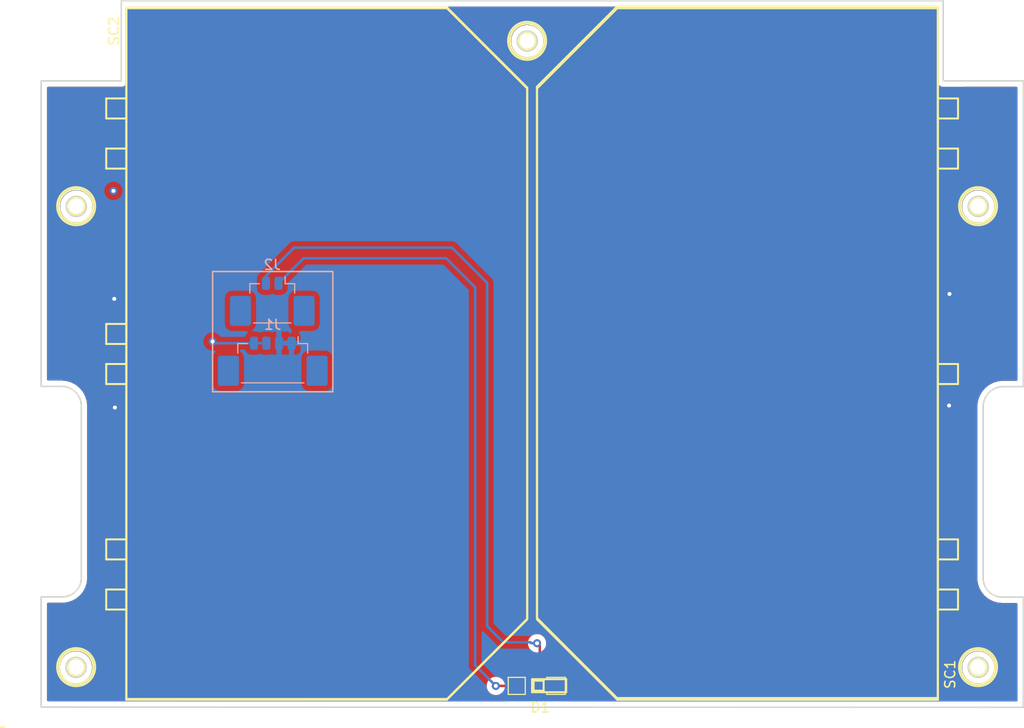
<source format=kicad_pcb>
(kicad_pcb (version 20171130) (host pcbnew "(5.1.0)-1")

  (general
    (thickness 1.6)
    (drawings 147)
    (tracks 40)
    (zones 0)
    (modules 5)
    (nets 5)
  )

  (page A4)
  (layers
    (0 F.Cu signal)
    (31 B.Cu signal hide)
    (32 B.Adhes user)
    (33 F.Adhes user)
    (34 B.Paste user)
    (35 F.Paste user)
    (36 B.SilkS user)
    (37 F.SilkS user)
    (38 B.Mask user)
    (39 F.Mask user)
    (40 Dwgs.User user)
    (41 Cmts.User user)
    (42 Eco1.User user)
    (43 Eco2.User user)
    (44 Edge.Cuts user)
    (45 Margin user)
    (46 B.CrtYd user)
    (47 F.CrtYd user)
    (48 B.Fab user)
    (49 F.Fab user)
  )

  (setup
    (last_trace_width 0.25)
    (trace_clearance 0.2)
    (zone_clearance 0.508)
    (zone_45_only no)
    (trace_min 0.2)
    (via_size 0.8)
    (via_drill 0.4)
    (via_min_size 0.4)
    (via_min_drill 0.3)
    (uvia_size 0.3)
    (uvia_drill 0.1)
    (uvias_allowed no)
    (uvia_min_size 0.2)
    (uvia_min_drill 0.1)
    (edge_width 0.15)
    (segment_width 0.2)
    (pcb_text_width 0.3)
    (pcb_text_size 1.5 1.5)
    (mod_edge_width 0.15)
    (mod_text_size 1 1)
    (mod_text_width 0.15)
    (pad_size 1.524 1.524)
    (pad_drill 0.762)
    (pad_to_mask_clearance 0.051)
    (solder_mask_min_width 0.25)
    (aux_axis_origin 0 0)
    (visible_elements 7FFFFFFF)
    (pcbplotparams
      (layerselection 0x010fc_ffffffff)
      (usegerberextensions false)
      (usegerberattributes false)
      (usegerberadvancedattributes false)
      (creategerberjobfile false)
      (excludeedgelayer true)
      (linewidth 0.100000)
      (plotframeref false)
      (viasonmask false)
      (mode 1)
      (useauxorigin false)
      (hpglpennumber 1)
      (hpglpenspeed 20)
      (hpglpendiameter 15.000000)
      (psnegative false)
      (psa4output false)
      (plotreference true)
      (plotvalue true)
      (plotinvisibletext false)
      (padsonsilk false)
      (subtractmaskfromsilk false)
      (outputformat 1)
      (mirror false)
      (drillshape 1)
      (scaleselection 1)
      (outputdirectory ""))
  )

  (net 0 "")
  (net 1 VSS)
  (net 2 VCC)
  (net 3 "Net-(D1-Pad2)")
  (net 4 "Net-(D1-Pad1)")

  (net_class Default "This is the default net class."
    (clearance 0.2)
    (trace_width 0.25)
    (via_dia 0.8)
    (via_drill 0.4)
    (uvia_dia 0.3)
    (uvia_drill 0.1)
    (add_net "Net-(D1-Pad1)")
    (add_net "Net-(D1-Pad2)")
    (add_net VCC)
    (add_net VSS)
  )

  (module "CySat footprints:Sun_Sensor" (layer F.Cu) (tedit 5CB8F328) (tstamp 5CB9478F)
    (at 141.1 116.1)
    (path /5CB22EF8)
    (fp_text reference D1 (at 0 2.2) (layer F.SilkS)
      (effects (font (size 1 1) (thickness 0.15)))
    )
    (fp_text value D_Photo (at 0 -2.5) (layer F.Fab)
      (effects (font (size 1 1) (thickness 0.15)))
    )
    (fp_line (start 2.5 -0.8) (end 2.5 0.9) (layer F.SilkS) (width 0.12))
    (fp_line (start 2.5 0.9) (end 0.65 0.9) (layer F.SilkS) (width 0.12))
    (fp_line (start 0.65 0.9) (end 0.65 0.7) (layer F.SilkS) (width 0.12))
    (fp_line (start 0.65 0.7) (end -0.85 0.7) (layer F.SilkS) (width 0.12))
    (fp_line (start -0.85 0.7) (end -0.85 -0.6) (layer F.SilkS) (width 0.12))
    (fp_line (start -0.85 -0.6) (end 0.65 -0.6) (layer F.SilkS) (width 0.12))
    (fp_line (start 0.65 -0.6) (end 0.65 -0.8) (layer F.SilkS) (width 0.12))
    (fp_line (start 0.65 -0.8) (end 2.5 -0.8) (layer F.SilkS) (width 0.12))
    (fp_line (start -1.5 -0.8) (end -1.5 0.9) (layer F.SilkS) (width 0.12))
    (fp_line (start -1.5 0.9) (end -3.2 0.9) (layer F.SilkS) (width 0.12))
    (fp_line (start -3.2 0.9) (end -3.2 -0.8) (layer F.SilkS) (width 0.12))
    (fp_line (start -3.2 -0.8) (end -1.5 -0.8) (layer F.SilkS) (width 0.12))
    (pad 1 smd rect (at 1.6 0.05 90) (size 1.7 1.85) (layers F.Cu F.Paste F.Mask)
      (net 4 "Net-(D1-Pad1)"))
    (pad 2 smd rect (at -2.35 0.05) (size 1.7 1.7) (layers F.Cu F.Paste F.Mask)
      (net 3 "Net-(D1-Pad2)"))
    (pad 1 smd rect (at -0.05 0.05) (size 1.5 1.3) (layers F.Cu F.Paste F.Mask)
      (net 4 "Net-(D1-Pad1)"))
  )

  (module Connector_Molex:Molex_PicoBlade_53398-0471_1x04-1MP_P1.25mm_Vertical (layer B.Cu) (tedit 5B78AD88) (tstamp 5CB947C6)
    (at 114.4 83.2 180)
    (descr "Molex PicoBlade series connector, 53398-0471 (http://www.molex.com/pdm_docs/sd/533980271_sd.pdf), generated with kicad-footprint-generator")
    (tags "connector Molex PicoBlade side entry")
    (path /5CAEC8CB)
    (attr smd)
    (fp_text reference J1 (at 0 3.1 180) (layer B.SilkS)
      (effects (font (size 1 1) (thickness 0.15)) (justify mirror))
    )
    (fp_text value Conn_01x04 (at 0 -4.2 180) (layer B.Fab)
      (effects (font (size 1 1) (thickness 0.15)) (justify mirror))
    )
    (fp_line (start -3.375 1.1) (end 3.375 1.1) (layer B.Fab) (width 0.1))
    (fp_line (start -3.485 0.26) (end -3.485 1.21) (layer B.SilkS) (width 0.12))
    (fp_line (start -3.485 1.21) (end -2.535 1.21) (layer B.SilkS) (width 0.12))
    (fp_line (start -2.535 1.21) (end -2.535 1.9) (layer B.SilkS) (width 0.12))
    (fp_line (start 3.485 0.26) (end 3.485 1.21) (layer B.SilkS) (width 0.12))
    (fp_line (start 3.485 1.21) (end 2.535 1.21) (layer B.SilkS) (width 0.12))
    (fp_line (start -3.115 -2.71) (end 3.115 -2.71) (layer B.SilkS) (width 0.12))
    (fp_line (start -3.375 -2.6) (end 3.375 -2.6) (layer B.Fab) (width 0.1))
    (fp_line (start -3.375 1.1) (end -3.375 -2.6) (layer B.Fab) (width 0.1))
    (fp_line (start 3.375 1.1) (end 3.375 -2.6) (layer B.Fab) (width 0.1))
    (fp_line (start -2.025 -1.225) (end -2.025 -1.825) (layer B.Fab) (width 0.1))
    (fp_line (start -2.025 -1.825) (end -1.725 -1.825) (layer B.Fab) (width 0.1))
    (fp_line (start -1.725 -1.825) (end -1.725 -1.225) (layer B.Fab) (width 0.1))
    (fp_line (start -1.725 -1.225) (end -2.025 -1.225) (layer B.Fab) (width 0.1))
    (fp_line (start -0.775 -1.225) (end -0.775 -1.825) (layer B.Fab) (width 0.1))
    (fp_line (start -0.775 -1.825) (end -0.475 -1.825) (layer B.Fab) (width 0.1))
    (fp_line (start -0.475 -1.825) (end -0.475 -1.225) (layer B.Fab) (width 0.1))
    (fp_line (start -0.475 -1.225) (end -0.775 -1.225) (layer B.Fab) (width 0.1))
    (fp_line (start 0.475 -1.225) (end 0.475 -1.825) (layer B.Fab) (width 0.1))
    (fp_line (start 0.475 -1.825) (end 0.775 -1.825) (layer B.Fab) (width 0.1))
    (fp_line (start 0.775 -1.825) (end 0.775 -1.225) (layer B.Fab) (width 0.1))
    (fp_line (start 0.775 -1.225) (end 0.475 -1.225) (layer B.Fab) (width 0.1))
    (fp_line (start 1.725 -1.225) (end 1.725 -1.825) (layer B.Fab) (width 0.1))
    (fp_line (start 1.725 -1.825) (end 2.025 -1.825) (layer B.Fab) (width 0.1))
    (fp_line (start 2.025 -1.825) (end 2.025 -1.225) (layer B.Fab) (width 0.1))
    (fp_line (start 2.025 -1.225) (end 1.725 -1.225) (layer B.Fab) (width 0.1))
    (fp_line (start -3.375 -2.6) (end -4.875 -2.6) (layer B.Fab) (width 0.1))
    (fp_line (start -4.875 -2.6) (end -5.075 -2.4) (layer B.Fab) (width 0.1))
    (fp_line (start -5.075 -2.4) (end -5.075 -0.6) (layer B.Fab) (width 0.1))
    (fp_line (start -5.075 -0.6) (end -4.875 -0.4) (layer B.Fab) (width 0.1))
    (fp_line (start -4.875 -0.4) (end -4.875 0.2) (layer B.Fab) (width 0.1))
    (fp_line (start -4.875 0.2) (end -3.375 0.2) (layer B.Fab) (width 0.1))
    (fp_line (start 3.375 -2.6) (end 4.875 -2.6) (layer B.Fab) (width 0.1))
    (fp_line (start 4.875 -2.6) (end 5.075 -2.4) (layer B.Fab) (width 0.1))
    (fp_line (start 5.075 -2.4) (end 5.075 -0.6) (layer B.Fab) (width 0.1))
    (fp_line (start 5.075 -0.6) (end 4.875 -0.4) (layer B.Fab) (width 0.1))
    (fp_line (start 4.875 -0.4) (end 4.875 0.2) (layer B.Fab) (width 0.1))
    (fp_line (start 4.875 0.2) (end 3.375 0.2) (layer B.Fab) (width 0.1))
    (fp_line (start -5.98 2.4) (end -5.98 -3.5) (layer B.CrtYd) (width 0.05))
    (fp_line (start -5.98 -3.5) (end 5.98 -3.5) (layer B.CrtYd) (width 0.05))
    (fp_line (start 5.98 -3.5) (end 5.98 2.4) (layer B.CrtYd) (width 0.05))
    (fp_line (start 5.98 2.4) (end -5.98 2.4) (layer B.CrtYd) (width 0.05))
    (fp_line (start -2.375 1.1) (end -1.875 0.392893) (layer B.Fab) (width 0.1))
    (fp_line (start -1.875 0.392893) (end -1.375 1.1) (layer B.Fab) (width 0.1))
    (fp_text user %R (at 0 -0.4 180) (layer B.Fab)
      (effects (font (size 1 1) (thickness 0.15)) (justify mirror))
    )
    (pad 1 smd roundrect (at -1.875 1.25 180) (size 0.8 1.3) (layers B.Cu B.Paste B.Mask) (roundrect_rratio 0.25)
      (net 1 VSS))
    (pad 2 smd roundrect (at -0.625 1.25 180) (size 0.8 1.3) (layers B.Cu B.Paste B.Mask) (roundrect_rratio 0.25)
      (net 1 VSS))
    (pad 3 smd roundrect (at 0.625 1.25 180) (size 0.8 1.3) (layers B.Cu B.Paste B.Mask) (roundrect_rratio 0.25)
      (net 2 VCC))
    (pad 4 smd roundrect (at 1.875 1.25 180) (size 0.8 1.3) (layers B.Cu B.Paste B.Mask) (roundrect_rratio 0.25)
      (net 2 VCC))
    (pad MP smd roundrect (at -4.425 -1.5 180) (size 2.1 3) (layers B.Cu B.Paste B.Mask) (roundrect_rratio 0.119048))
    (pad MP smd roundrect (at 4.425 -1.5 180) (size 2.1 3) (layers B.Cu B.Paste B.Mask) (roundrect_rratio 0.119048))
    (model ${KISYS3DMOD}/Connector_Molex.3dshapes/Molex_PicoBlade_53398-0471_1x04-1MP_P1.25mm_Vertical.wrl
      (at (xyz 0 0 0))
      (scale (xyz 1 1 1))
      (rotate (xyz 0 0 0))
    )
  )

  (module Connector_Molex:Molex_PicoBlade_53398-0271_1x02-1MP_P1.25mm_Vertical (layer B.Cu) (tedit 5B78AD88) (tstamp 5CB947F3)
    (at 114.354999 77.225001 180)
    (descr "Molex PicoBlade series connector, 53398-0271 (http://www.molex.com/pdm_docs/sd/533980271_sd.pdf), generated with kicad-footprint-generator")
    (tags "connector Molex PicoBlade side entry")
    (path /5CAED819)
    (attr smd)
    (fp_text reference J2 (at 0 3.1 180) (layer B.SilkS)
      (effects (font (size 1 1) (thickness 0.15)) (justify mirror))
    )
    (fp_text value Conn_01x02 (at 0 -4.2 180) (layer B.Fab)
      (effects (font (size 1 1) (thickness 0.15)) (justify mirror))
    )
    (fp_line (start -2.125 1.1) (end 2.125 1.1) (layer B.Fab) (width 0.1))
    (fp_line (start -2.235 0.26) (end -2.235 1.21) (layer B.SilkS) (width 0.12))
    (fp_line (start -2.235 1.21) (end -1.285 1.21) (layer B.SilkS) (width 0.12))
    (fp_line (start -1.285 1.21) (end -1.285 1.9) (layer B.SilkS) (width 0.12))
    (fp_line (start 2.235 0.26) (end 2.235 1.21) (layer B.SilkS) (width 0.12))
    (fp_line (start 2.235 1.21) (end 1.285 1.21) (layer B.SilkS) (width 0.12))
    (fp_line (start -1.865 -2.71) (end 1.865 -2.71) (layer B.SilkS) (width 0.12))
    (fp_line (start -2.125 -2.6) (end 2.125 -2.6) (layer B.Fab) (width 0.1))
    (fp_line (start -2.125 1.1) (end -2.125 -2.6) (layer B.Fab) (width 0.1))
    (fp_line (start 2.125 1.1) (end 2.125 -2.6) (layer B.Fab) (width 0.1))
    (fp_line (start -0.775 -1.225) (end -0.775 -1.825) (layer B.Fab) (width 0.1))
    (fp_line (start -0.775 -1.825) (end -0.475 -1.825) (layer B.Fab) (width 0.1))
    (fp_line (start -0.475 -1.825) (end -0.475 -1.225) (layer B.Fab) (width 0.1))
    (fp_line (start -0.475 -1.225) (end -0.775 -1.225) (layer B.Fab) (width 0.1))
    (fp_line (start 0.475 -1.225) (end 0.475 -1.825) (layer B.Fab) (width 0.1))
    (fp_line (start 0.475 -1.825) (end 0.775 -1.825) (layer B.Fab) (width 0.1))
    (fp_line (start 0.775 -1.825) (end 0.775 -1.225) (layer B.Fab) (width 0.1))
    (fp_line (start 0.775 -1.225) (end 0.475 -1.225) (layer B.Fab) (width 0.1))
    (fp_line (start -2.125 -2.6) (end -3.625 -2.6) (layer B.Fab) (width 0.1))
    (fp_line (start -3.625 -2.6) (end -3.825 -2.4) (layer B.Fab) (width 0.1))
    (fp_line (start -3.825 -2.4) (end -3.825 -0.6) (layer B.Fab) (width 0.1))
    (fp_line (start -3.825 -0.6) (end -3.625 -0.4) (layer B.Fab) (width 0.1))
    (fp_line (start -3.625 -0.4) (end -3.625 0.2) (layer B.Fab) (width 0.1))
    (fp_line (start -3.625 0.2) (end -2.125 0.2) (layer B.Fab) (width 0.1))
    (fp_line (start 2.125 -2.6) (end 3.625 -2.6) (layer B.Fab) (width 0.1))
    (fp_line (start 3.625 -2.6) (end 3.825 -2.4) (layer B.Fab) (width 0.1))
    (fp_line (start 3.825 -2.4) (end 3.825 -0.6) (layer B.Fab) (width 0.1))
    (fp_line (start 3.825 -0.6) (end 3.625 -0.4) (layer B.Fab) (width 0.1))
    (fp_line (start 3.625 -0.4) (end 3.625 0.2) (layer B.Fab) (width 0.1))
    (fp_line (start 3.625 0.2) (end 2.125 0.2) (layer B.Fab) (width 0.1))
    (fp_line (start -4.72 2.4) (end -4.72 -3.5) (layer B.CrtYd) (width 0.05))
    (fp_line (start -4.72 -3.5) (end 4.72 -3.5) (layer B.CrtYd) (width 0.05))
    (fp_line (start 4.72 -3.5) (end 4.72 2.4) (layer B.CrtYd) (width 0.05))
    (fp_line (start 4.72 2.4) (end -4.72 2.4) (layer B.CrtYd) (width 0.05))
    (fp_line (start -1.125 1.1) (end -0.625 0.392893) (layer B.Fab) (width 0.1))
    (fp_line (start -0.625 0.392893) (end -0.125 1.1) (layer B.Fab) (width 0.1))
    (fp_text user %R (at 0 -0.4 180) (layer B.Fab)
      (effects (font (size 1 1) (thickness 0.15)) (justify mirror))
    )
    (pad 1 smd roundrect (at -0.625 1.25 180) (size 0.8 1.3) (layers B.Cu B.Paste B.Mask) (roundrect_rratio 0.25)
      (net 3 "Net-(D1-Pad2)"))
    (pad 2 smd roundrect (at 0.625 1.25 180) (size 0.8 1.3) (layers B.Cu B.Paste B.Mask) (roundrect_rratio 0.25)
      (net 4 "Net-(D1-Pad1)"))
    (pad MP smd roundrect (at -3.175 -1.5 180) (size 2.1 3) (layers B.Cu B.Paste B.Mask) (roundrect_rratio 0.119048))
    (pad MP smd roundrect (at 3.175 -1.5 180) (size 2.1 3) (layers B.Cu B.Paste B.Mask) (roundrect_rratio 0.119048))
    (model ${KISYS3DMOD}/Connector_Molex.3dshapes/Molex_PicoBlade_53398-0271_1x02-1MP_P1.25mm_Vertical.wrl
      (at (xyz 0 0 0))
      (scale (xyz 1 1 1))
      (rotate (xyz 0 0 0))
    )
  )

  (module "CySat footprints:Spectrolab" (layer F.Cu) (tedit 5C366A31) (tstamp 5CB94803)
    (at 183.4 82.8 90)
    (path /5CB25086)
    (fp_text reference SC1 (at -32.2 -1.4 90) (layer F.SilkS)
      (effects (font (size 1 1) (thickness 0.15)))
    )
    (fp_text value Solar_Cell (at 31 -1.2 90) (layer F.Fab)
      (effects (font (size 1 1) (thickness 0.15)))
    )
    (fp_line (start 34.440573 -34.640087) (end 34.440573 -2.640087) (layer F.SilkS) (width 0.2))
    (fp_line (start 26.440573 -42.640087) (end 34.440573 -34.640087) (layer F.SilkS) (width 0.2))
    (fp_line (start -34.559427 -34.640087) (end -26.559427 -42.640087) (layer F.SilkS) (width 0.2))
    (fp_line (start -34.559427 -2.640087) (end -34.559427 -34.640087) (layer F.SilkS) (width 0.2))
    (fp_line (start -26.559427 -42.640087) (end 26.440573 -42.640087) (layer F.SilkS) (width 0.2))
    (fp_line (start 34.440573 -2.640087) (end -34.559427 -2.640087) (layer F.SilkS) (width 0.2))
    (pad 1 smd rect (at -24.519427 -1.440087 270) (size 2.5 2.5) (layers F.Cu F.Paste F.Mask)
      (net 2 VCC))
    (pad 1 smd rect (at -19.519427 -1.440087 270) (size 2.5 2.5) (layers F.Cu F.Paste F.Mask)
      (net 2 VCC))
    (pad 2 smd rect (at -2.119427 -1.440087 270) (size 2.5 2.5) (layers F.Cu F.Paste F.Mask)
      (net 1 VSS))
    (pad 2 smd rect (at 1.880573 -1.440087 270) (size 2.5 2.5) (layers F.Cu F.Paste F.Mask)
      (net 1 VSS))
    (pad 1 smd rect (at 19.480573 -1.440087 270) (size 2.5 2.5) (layers F.Cu F.Paste F.Mask)
      (net 2 VCC))
    (pad 1 smd rect (at 24.480573 -1.440087 270) (size 2.5 2.5) (layers F.Cu F.Paste F.Mask)
      (net 2 VCC))
  )

  (module "CySat footprints:Spectrolab" (layer F.Cu) (tedit 5C366A31) (tstamp 5CB94813)
    (at 97.16 83.01 270)
    (path /5CB27370)
    (fp_text reference SC2 (at -32.2 -1.4 270) (layer F.SilkS)
      (effects (font (size 1 1) (thickness 0.15)))
    )
    (fp_text value Solar_Cell (at 31 -1.2 270) (layer F.Fab)
      (effects (font (size 1 1) (thickness 0.15)))
    )
    (fp_line (start 34.440573 -2.640087) (end -34.559427 -2.640087) (layer F.SilkS) (width 0.2))
    (fp_line (start -26.559427 -42.640087) (end 26.440573 -42.640087) (layer F.SilkS) (width 0.2))
    (fp_line (start -34.559427 -2.640087) (end -34.559427 -34.640087) (layer F.SilkS) (width 0.2))
    (fp_line (start -34.559427 -34.640087) (end -26.559427 -42.640087) (layer F.SilkS) (width 0.2))
    (fp_line (start 26.440573 -42.640087) (end 34.440573 -34.640087) (layer F.SilkS) (width 0.2))
    (fp_line (start 34.440573 -34.640087) (end 34.440573 -2.640087) (layer F.SilkS) (width 0.2))
    (pad 1 smd rect (at 24.480573 -1.440087 90) (size 2.5 2.5) (layers F.Cu F.Paste F.Mask)
      (net 2 VCC))
    (pad 1 smd rect (at 19.480573 -1.440087 90) (size 2.5 2.5) (layers F.Cu F.Paste F.Mask)
      (net 2 VCC))
    (pad 2 smd rect (at 1.880573 -1.440087 90) (size 2.5 2.5) (layers F.Cu F.Paste F.Mask)
      (net 1 VSS))
    (pad 2 smd rect (at -2.119427 -1.440087 90) (size 2.5 2.5) (layers F.Cu F.Paste F.Mask)
      (net 1 VSS))
    (pad 1 smd rect (at -19.519427 -1.440087 90) (size 2.5 2.5) (layers F.Cu F.Paste F.Mask)
      (net 2 VCC))
    (pad 1 smd rect (at -24.519427 -1.440087 90) (size 2.5 2.5) (layers F.Cu F.Paste F.Mask)
      (net 2 VCC))
  )

  (gr_line (start 108.4 74.8) (end 120.4 74.8) (layer B.SilkS) (width 0.15) (tstamp 5CAF1DE1))
  (gr_line (start 108.4 86.8) (end 108.4 74.8) (layer B.SilkS) (width 0.15))
  (gr_line (start 120.4 86.8) (end 108.4 86.8) (layer B.SilkS) (width 0.15))
  (gr_line (start 120.4 74.8) (end 120.4 86.8) (layer B.SilkS) (width 0.15))
  (gr_circle (center 139.8 51.8) (end 139.8302 50.7974) (layer Edge.Cuts) (width 0.15) (tstamp 5CAE6418))
  (gr_circle (center 94.8 68.3) (end 94.8302 67.2974) (layer Edge.Cuts) (width 0.15) (tstamp 5CAE6411))
  (gr_circle (center 184.8 68.3) (end 184.8302 67.2974) (layer Edge.Cuts) (width 0.15) (tstamp 5CAE640A))
  (gr_circle (center 184.8 114.3) (end 184.8302 113.2974) (layer Edge.Cuts) (width 0.15) (tstamp 5CAE63FD))
  (gr_circle (center 94.7698 114.3026) (end 94.8 113.3) (layer Edge.Cuts) (width 0.15))
  (gr_arc (start 187.302 88.293) (end 187.276601 86.286401) (angle -89.2747757) (layer Edge.Cuts) (width 0.15))
  (gr_arc (start 187.2004 105.3872) (end 185.2954 105.3872) (angle -90) (layer Edge.Cuts) (width 0.15))
  (gr_arc (start 93.3982 105.3618) (end 93.3982 107.2668) (angle -90) (layer Edge.Cuts) (width 0.15))
  (gr_arc (start 93.322 88.2422) (end 95.3032 88.2422) (angle -90) (layer Edge.Cuts) (width 0.15))
  (gr_line (start 93.322 86.261) (end 91.29 86.261) (layer Edge.Cuts) (width 0.15))
  (gr_line (start 95.3032 105.3618) (end 95.3032 88.2422) (layer Edge.Cuts) (width 0.15))
  (gr_line (start 91.29 107.2668) (end 93.3982 107.2668) (layer Edge.Cuts) (width 0.15))
  (gr_line (start 91.29 118.265) (end 91.29 107.2668) (layer Edge.Cuts) (width 0.15))
  (gr_line (start 91.29 55.781) (end 91.29 86.261) (layer Edge.Cuts) (width 0.15))
  (gr_line (start 99.291 55.781) (end 91.29 55.781) (layer Edge.Cuts) (width 0.15))
  (gr_line (start 99.291 47.78) (end 99.291 55.781) (layer Edge.Cuts) (width 0.15))
  (gr_line (start 181.3076 47.78) (end 99.291 47.78) (layer Edge.Cuts) (width 0.15))
  (gr_line (start 181.3076 55.781) (end 181.3076 47.78) (layer Edge.Cuts) (width 0.15))
  (gr_line (start 189.3086 55.781) (end 181.3076 55.781) (layer Edge.Cuts) (width 0.15))
  (gr_line (start 189.3086 86.2864) (end 189.3086 55.781) (layer Edge.Cuts) (width 0.15))
  (gr_line (start 187.276601 86.286401) (end 189.3086 86.2864) (layer Edge.Cuts) (width 0.15))
  (gr_line (start 185.2954 105.3872) (end 185.29524 88.292999) (layer Edge.Cuts) (width 0.15))
  (gr_line (start 189.3086 107.2922) (end 187.2004 107.2922) (layer Edge.Cuts) (width 0.15))
  (gr_line (start 189.3086 118.2904) (end 189.3086 107.2922) (layer Edge.Cuts) (width 0.15))
  (gr_line (start 91.29 118.265) (end 189.3086 118.2904) (layer Edge.Cuts) (width 0.15))
  (gr_circle (center 94.785673 114.279017) (end 96.685673 114.279017) (layer F.SilkS) (width 0.2))
  (gr_circle (center 94.785673 114.279017) (end 96.495673 114.279017) (layer F.SilkS) (width 0.2))
  (gr_arc (start 94.785673 114.279017) (end 94.035673 113.846004) (angle -60) (layer F.SilkS) (width 0.2))
  (gr_arc (start 94.785673 114.279017) (end 95.535673 114.712029) (angle -60) (layer F.SilkS) (width 0.2))
  (gr_arc (start 94.785673 114.279017) (end 94.785673 113.412991) (angle -60) (layer F.SilkS) (width 0.2))
  (gr_arc (start 94.785673 114.279017) (end 94.785673 115.145042) (angle -60) (layer F.SilkS) (width 0.2))
  (gr_arc (start 94.785673 114.279017) (end 94.035673 114.712029) (angle -60) (layer F.SilkS) (width 0.2))
  (gr_arc (start 94.785673 114.279017) (end 95.535673 113.846004) (angle -60) (layer F.SilkS) (width 0.2))
  (gr_circle (center 184.785673 114.279017) (end 186.685673 114.279017) (layer F.SilkS) (width 0.2))
  (gr_circle (center 184.785673 114.279017) (end 186.495673 114.279017) (layer F.SilkS) (width 0.2))
  (gr_arc (start 184.785673 114.279017) (end 185.535673 114.712029) (angle -60) (layer F.SilkS) (width 0.2))
  (gr_arc (start 184.785673 114.279017) (end 184.035673 113.846004) (angle -60) (layer F.SilkS) (width 0.2))
  (gr_arc (start 184.785673 114.279017) (end 184.785673 115.145042) (angle -60) (layer F.SilkS) (width 0.2))
  (gr_arc (start 184.785673 114.279017) (end 184.035673 114.712029) (angle -60) (layer F.SilkS) (width 0.2))
  (gr_arc (start 184.785673 114.279017) (end 184.785673 113.412991) (angle -60) (layer F.SilkS) (width 0.2))
  (gr_arc (start 184.785673 114.279017) (end 185.535673 113.846004) (angle -60) (layer F.SilkS) (width 0.2))
  (gr_circle (center 139.785673 51.779017) (end 141.685673 51.779017) (layer F.SilkS) (width 0.2))
  (gr_circle (center 139.785673 51.779017) (end 141.495673 51.779017) (layer F.SilkS) (width 0.2))
  (gr_arc (start 139.785673 51.779017) (end 140.535673 52.212029) (angle -60) (layer F.SilkS) (width 0.2))
  (gr_arc (start 139.785673 51.779017) (end 139.035673 51.346004) (angle -60) (layer F.SilkS) (width 0.2))
  (gr_arc (start 139.785673 51.779017) (end 139.785673 50.912991) (angle -60) (layer F.SilkS) (width 0.2))
  (gr_arc (start 139.785673 51.779017) (end 139.785673 52.645042) (angle -60) (layer F.SilkS) (width 0.2))
  (gr_arc (start 139.785673 51.779017) (end 140.535673 51.346004) (angle -60) (layer F.SilkS) (width 0.2))
  (gr_arc (start 139.785673 51.779017) (end 139.035673 52.212029) (angle -60) (layer F.SilkS) (width 0.2))
  (gr_circle (center 94.785673 68.279017) (end 96.685673 68.279017) (layer F.SilkS) (width 0.2))
  (gr_circle (center 94.785673 68.279017) (end 96.495673 68.279017) (layer F.SilkS) (width 0.2))
  (gr_arc (start 94.785673 68.279017) (end 94.035673 67.846004) (angle -60) (layer F.SilkS) (width 0.2))
  (gr_arc (start 94.785673 68.279017) (end 95.535673 68.712029) (angle -60) (layer F.SilkS) (width 0.2))
  (gr_arc (start 94.785673 68.279017) (end 95.535673 67.846004) (angle -60) (layer F.SilkS) (width 0.2))
  (gr_arc (start 94.785673 68.279017) (end 94.785673 67.412991) (angle -60) (layer F.SilkS) (width 0.2))
  (gr_arc (start 94.785673 68.279017) (end 94.035673 68.712029) (angle -60) (layer F.SilkS) (width 0.2))
  (gr_arc (start 94.785673 68.279017) (end 94.785673 69.145042) (angle -60) (layer F.SilkS) (width 0.2))
  (gr_circle (center 184.785673 68.279017) (end 186.685673 68.279017) (layer F.SilkS) (width 0.2))
  (gr_circle (center 184.785673 68.279017) (end 186.495673 68.279017) (layer F.SilkS) (width 0.2))
  (gr_arc (start 184.785673 68.279017) (end 185.535673 68.712029) (angle -60) (layer F.SilkS) (width 0.2))
  (gr_arc (start 184.785673 68.279017) (end 184.035673 67.846004) (angle -60) (layer F.SilkS) (width 0.2))
  (gr_arc (start 184.785673 68.279017) (end 184.035673 68.712029) (angle -60) (layer F.SilkS) (width 0.2))
  (gr_arc (start 184.785673 68.279017) (end 184.785673 67.412991) (angle -60) (layer F.SilkS) (width 0.2))
  (gr_arc (start 184.785673 68.279017) (end 184.785673 69.145042) (angle -60) (layer F.SilkS) (width 0.2))
  (gr_arc (start 184.785673 68.279017) (end 185.535673 67.846004) (angle -60) (layer F.SilkS) (width 0.2))
  (gr_line (start 87.285673 120.281875) (end 87.585673 120.281875) (layer F.SilkS) (width 0.2))
  (gr_line (start 180.785671 117.529016) (end 148.785674 117.529016) (layer F.SilkS) (width 0.2))
  (gr_line (start 180.785671 108.529017) (end 180.785671 117.529016) (layer F.SilkS) (width 0.2))
  (gr_line (start 148.785674 48.529014) (end 180.785671 48.529014) (layer F.SilkS) (width 0.2))
  (gr_line (start 140.785672 56.529016) (end 148.785674 48.529014) (layer F.SilkS) (width 0.2))
  (gr_line (start 140.785672 109.529017) (end 140.785672 56.529016) (layer F.SilkS) (width 0.2))
  (gr_line (start 148.785674 117.529016) (end 140.785672 109.529017) (layer F.SilkS) (width 0.2))
  (gr_line (start 180.785671 103.529018) (end 180.785671 106.529016) (layer F.SilkS) (width 0.2))
  (gr_line (start 180.785671 86.029016) (end 180.785671 101.529017) (layer F.SilkS) (width 0.2))
  (gr_line (start 180.785671 82.029015) (end 180.785671 84.029016) (layer F.SilkS) (width 0.2))
  (gr_line (start 180.785671 64.529017) (end 180.785671 80.029015) (layer F.SilkS) (width 0.2))
  (gr_line (start 180.785671 59.529014) (end 180.785671 62.529013) (layer F.SilkS) (width 0.2))
  (gr_line (start 180.785671 48.529014) (end 180.785671 57.529018) (layer F.SilkS) (width 0.2))
  (gr_line (start 180.785671 84.029016) (end 182.785675 84.029016) (layer F.SilkS) (width 0.2))
  (gr_line (start 182.785675 86.029016) (end 182.785675 84.029016) (layer F.SilkS) (width 0.2))
  (gr_line (start 180.785671 86.029016) (end 182.785675 86.029016) (layer F.SilkS) (width 0.2))
  (gr_line (start 180.785671 84.029016) (end 180.785671 86.029016) (layer F.SilkS) (width 0.2))
  (gr_line (start 182.785675 62.529013) (end 182.785675 64.529017) (layer F.SilkS) (width 0.2))
  (gr_line (start 180.785671 62.529013) (end 180.785671 64.529017) (layer F.SilkS) (width 0.2))
  (gr_line (start 180.785671 64.529017) (end 182.785675 64.529017) (layer F.SilkS) (width 0.2))
  (gr_line (start 180.785671 62.529013) (end 182.785675 62.529013) (layer F.SilkS) (width 0.2))
  (gr_line (start 182.785675 103.529018) (end 182.785675 101.529017) (layer F.SilkS) (width 0.2))
  (gr_line (start 180.785671 101.529017) (end 180.785671 103.529018) (layer F.SilkS) (width 0.2))
  (gr_line (start 180.785671 103.529018) (end 182.785675 103.529018) (layer F.SilkS) (width 0.2))
  (gr_line (start 180.785671 101.529017) (end 182.785675 101.529017) (layer F.SilkS) (width 0.2))
  (gr_line (start 180.785671 80.029015) (end 180.785671 82.029015) (layer F.SilkS) (width 0.2))
  (gr_line (start 180.785671 106.529016) (end 180.785671 108.529017) (layer F.SilkS) (width 0.2))
  (gr_line (start 180.785671 108.529017) (end 182.785675 108.529017) (layer F.SilkS) (width 0.2))
  (gr_line (start 182.785675 108.529017) (end 182.785675 106.529016) (layer F.SilkS) (width 0.2))
  (gr_line (start 180.785671 106.529016) (end 182.785675 106.529016) (layer F.SilkS) (width 0.2))
  (gr_line (start 180.785671 57.529018) (end 180.785671 59.529014) (layer F.SilkS) (width 0.2))
  (gr_line (start 180.785671 59.529014) (end 182.785675 59.529014) (layer F.SilkS) (width 0.2))
  (gr_line (start 182.785675 57.529018) (end 182.785675 59.529014) (layer F.SilkS) (width 0.2))
  (gr_line (start 180.785671 57.529018) (end 182.785675 57.529018) (layer F.SilkS) (width 0.2))
  (gr_line (start 131.785673 48.529014) (end 139.785674 56.529016) (layer F.SilkS) (width 0.2))
  (gr_line (start 99.785673 48.529014) (end 131.785673 48.529014) (layer F.SilkS) (width 0.2))
  (gr_line (start 99.785673 57.529018) (end 99.785673 48.529014) (layer F.SilkS) (width 0.2))
  (gr_line (start 139.785674 56.529016) (end 139.785674 109.529017) (layer F.SilkS) (width 0.2))
  (gr_line (start 131.785673 117.529016) (end 99.785673 117.529016) (layer F.SilkS) (width 0.2))
  (gr_line (start 139.785674 109.529017) (end 131.785673 117.529016) (layer F.SilkS) (width 0.2))
  (gr_line (start 99.785673 62.529013) (end 99.785673 59.529014) (layer F.SilkS) (width 0.2))
  (gr_line (start 99.785673 80.029015) (end 99.785673 64.529017) (layer F.SilkS) (width 0.2))
  (gr_line (start 99.785673 84.029016) (end 99.785673 82.029015) (layer F.SilkS) (width 0.2))
  (gr_line (start 99.785673 101.529017) (end 99.785673 86.029016) (layer F.SilkS) (width 0.2))
  (gr_line (start 99.785673 106.529016) (end 99.785673 103.529018) (layer F.SilkS) (width 0.2))
  (gr_line (start 99.785673 117.529016) (end 99.785673 108.529017) (layer F.SilkS) (width 0.2))
  (gr_line (start 97.785674 103.529018) (end 97.785674 101.529017) (layer F.SilkS) (width 0.2))
  (gr_line (start 99.785673 103.529018) (end 99.785673 101.529017) (layer F.SilkS) (width 0.2))
  (gr_line (start 99.785673 101.529017) (end 97.785674 101.529017) (layer F.SilkS) (width 0.2))
  (gr_line (start 99.785673 103.529018) (end 97.785674 103.529018) (layer F.SilkS) (width 0.2))
  (gr_line (start 99.785673 108.529017) (end 99.785673 106.529016) (layer F.SilkS) (width 0.2))
  (gr_line (start 99.785673 108.529017) (end 97.785674 108.529017) (layer F.SilkS) (width 0.2))
  (gr_line (start 99.785673 106.529016) (end 97.785674 106.529016) (layer F.SilkS) (width 0.2))
  (gr_line (start 97.785674 108.529017) (end 97.785674 106.529016) (layer F.SilkS) (width 0.2))
  (gr_line (start 97.785674 80.029015) (end 97.785674 82.029015) (layer F.SilkS) (width 0.2))
  (gr_line (start 99.785673 82.029015) (end 97.785674 82.029015) (layer F.SilkS) (width 0.2))
  (gr_line (start 99.785673 82.029015) (end 99.785673 80.029015) (layer F.SilkS) (width 0.2))
  (gr_line (start 99.785673 80.029015) (end 97.785674 80.029015) (layer F.SilkS) (width 0.2))
  (gr_line (start 97.785674 62.529013) (end 97.785674 64.529017) (layer F.SilkS) (width 0.2))
  (gr_line (start 99.785673 64.529017) (end 99.785673 62.529013) (layer F.SilkS) (width 0.2))
  (gr_line (start 99.785673 62.529013) (end 97.785674 62.529013) (layer F.SilkS) (width 0.2))
  (gr_line (start 99.785673 64.529017) (end 97.785674 64.529017) (layer F.SilkS) (width 0.2))
  (gr_line (start 99.785673 86.029016) (end 97.785674 86.029016) (layer F.SilkS) (width 0.2))
  (gr_line (start 99.785673 86.029016) (end 99.785673 84.029016) (layer F.SilkS) (width 0.2))
  (gr_line (start 99.785673 84.029016) (end 97.785674 84.029016) (layer F.SilkS) (width 0.2))
  (gr_line (start 97.785674 86.029016) (end 97.785674 84.029016) (layer F.SilkS) (width 0.2))
  (gr_line (start 99.785673 59.529014) (end 97.785674 59.529014) (layer F.SilkS) (width 0.2))
  (gr_line (start 99.785673 59.529014) (end 99.785673 57.529018) (layer F.SilkS) (width 0.2))
  (gr_line (start 99.785673 57.529018) (end 97.785674 57.529018) (layer F.SilkS) (width 0.2))
  (gr_line (start 97.785674 57.529018) (end 97.785674 59.529014) (layer F.SilkS) (width 0.2))
  (gr_line (start 140.285645 116.780267) (end 143.685647 116.780267) (layer F.SilkS) (width 0.2))
  (gr_line (start 140.285645 115.480267) (end 140.285645 116.780267) (layer F.SilkS) (width 0.2))
  (gr_line (start 143.685647 116.780267) (end 143.685647 115.480267) (layer F.SilkS) (width 0.2))
  (gr_line (start 143.685647 115.480267) (end 140.285645 115.480267) (layer F.SilkS) (width 0.2))
  (gr_line (start 140.435644 115.630268) (end 140.435644 116.630268) (layer F.SilkS) (width 0.2))
  (gr_line (start 140.435644 116.630268) (end 141.435646 116.630268) (layer F.SilkS) (width 0.2))
  (gr_line (start 141.435646 116.630268) (end 141.435646 115.630268) (layer F.SilkS) (width 0.2))
  (gr_line (start 141.435646 115.630268) (end 140.435644 115.630268) (layer F.SilkS) (width 0.2))

  (via (at 98.64852 88.37676) (size 0.8) (drill 0.4) (layers F.Cu B.Cu) (net 1))
  (segment (start 98.600087 84.890573) (end 98.600087 88.328327) (width 0.25) (layer F.Cu) (net 1))
  (segment (start 98.600087 88.328327) (end 98.64852 88.37676) (width 0.25) (layer F.Cu) (net 1))
  (via (at 98.58756 77.52588) (size 0.8) (drill 0.4) (layers F.Cu B.Cu) (net 1))
  (segment (start 98.600087 80.890573) (end 98.600087 77.538407) (width 0.25) (layer F.Cu) (net 1))
  (segment (start 98.600087 77.538407) (end 98.58756 77.52588) (width 0.25) (layer F.Cu) (net 1))
  (via (at 181.93512 77.0382) (size 0.8) (drill 0.4) (layers F.Cu B.Cu) (net 1))
  (segment (start 181.959913 80.919427) (end 181.959913 77.062993) (width 0.25) (layer F.Cu) (net 1))
  (segment (start 181.959913 77.062993) (end 181.93512 77.0382) (width 0.25) (layer F.Cu) (net 1))
  (via (at 181.89448 88.17356) (size 0.8) (drill 0.4) (layers F.Cu B.Cu) (net 1))
  (segment (start 181.959913 84.919427) (end 181.959913 88.108127) (width 0.25) (layer F.Cu) (net 1))
  (segment (start 181.959913 88.108127) (end 181.89448 88.17356) (width 0.25) (layer F.Cu) (net 1))
  (via (at 98.50628 66.7512) (size 0.8) (drill 0.4) (layers F.Cu B.Cu) (net 2))
  (segment (start 98.600087 63.490573) (end 98.600087 66.657393) (width 0.25) (layer F.Cu) (net 2))
  (segment (start 98.600087 66.657393) (end 98.50628 66.7512) (width 0.25) (layer F.Cu) (net 2))
  (via (at 108.39704 81.78292) (size 0.8) (drill 0.4) (layers F.Cu B.Cu) (net 2))
  (segment (start 112.525 81.95) (end 108.56412 81.95) (width 0.25) (layer B.Cu) (net 2))
  (segment (start 108.56412 81.95) (end 108.39704 81.78292) (width 0.25) (layer B.Cu) (net 2))
  (segment (start 113.775 81.95) (end 112.525 81.95) (width 0.25) (layer B.Cu) (net 2))
  (via (at 136.66216 116.1542) (size 0.8) (drill 0.4) (layers F.Cu B.Cu) (net 3))
  (segment (start 138.75 116.15) (end 136.66636 116.15) (width 0.25) (layer F.Cu) (net 3))
  (segment (start 136.66636 116.15) (end 136.66216 116.1542) (width 0.25) (layer F.Cu) (net 3))
  (segment (start 136.66216 116.1542) (end 134.59968 114.09172) (width 0.25) (layer B.Cu) (net 3))
  (segment (start 134.59968 114.09172) (end 134.59968 76.3778) (width 0.25) (layer B.Cu) (net 3))
  (segment (start 134.59968 76.3778) (end 131.69392 73.47204) (width 0.25) (layer B.Cu) (net 3))
  (segment (start 117.48296 73.47204) (end 114.979999 75.975001) (width 0.25) (layer B.Cu) (net 3))
  (segment (start 131.69392 73.47204) (end 117.48296 73.47204) (width 0.25) (layer B.Cu) (net 3))
  (segment (start 141.05 116.15) (end 142.7 116.15) (width 0.25) (layer F.Cu) (net 4))
  (segment (start 141.05 116.15) (end 141.05 112.16512) (width 0.25) (layer F.Cu) (net 4))
  (segment (start 141.05 112.16512) (end 140.77696 111.89208) (width 0.25) (layer F.Cu) (net 4))
  (via (at 140.77696 111.89208) (size 0.8) (drill 0.4) (layers F.Cu B.Cu) (net 4))
  (segment (start 113.729999 75.225001) (end 113.729999 75.975001) (width 0.25) (layer B.Cu) (net 4))
  (segment (start 116.5396 72.4154) (end 113.729999 75.225001) (width 0.25) (layer B.Cu) (net 4))
  (segment (start 132.2832 72.4154) (end 116.5396 72.4154) (width 0.25) (layer B.Cu) (net 4))
  (segment (start 140.211275 111.89208) (end 140.117295 111.7981) (width 0.25) (layer B.Cu) (net 4))
  (segment (start 140.77696 111.89208) (end 140.211275 111.89208) (width 0.25) (layer B.Cu) (net 4))
  (segment (start 140.117295 111.7981) (end 137.4013 111.7981) (width 0.25) (layer B.Cu) (net 4))
  (segment (start 137.4013 111.7981) (end 135.8011 110.1979) (width 0.25) (layer B.Cu) (net 4))
  (segment (start 135.8011 110.1979) (end 135.8011 75.9333) (width 0.25) (layer B.Cu) (net 4))
  (segment (start 135.8011 75.9333) (end 132.2832 72.4154) (width 0.25) (layer B.Cu) (net 4))

  (zone (net 1) (net_name VSS) (layer B.Cu) (tstamp 0) (hatch edge 0.508)
    (connect_pads (clearance 0.508))
    (min_thickness 0.254)
    (fill yes (arc_segments 32) (thermal_gap 0.508) (thermal_bridge_width 0.508))
    (polygon
      (pts
        (xy 181.3052 47.79264) (xy 181.31536 55.7784) (xy 189.31636 55.79872) (xy 189.3062 86.27872) (xy 187.2742 86.29396)
        (xy 186.7408 86.36508) (xy 186.1312 86.65464) (xy 185.76544 87.01024) (xy 185.42 87.57412) (xy 185.30824 88.02624)
        (xy 185.293 88.48852) (xy 185.28792 105.43032) (xy 185.35396 105.91292) (xy 185.547 106.33456) (xy 186.0042 106.9086)
        (xy 186.4106 107.12704) (xy 186.97448 107.27436) (xy 187.15736 107.29976) (xy 189.3062 107.29976) (xy 189.30112 118.26748)
        (xy 91.29268 118.2624) (xy 91.29776 107.2642) (xy 93.3958 107.2642) (xy 93.67012 107.24388) (xy 94.2594 107.07624)
        (xy 94.6658 106.78668) (xy 94.94012 106.5022) (xy 95.23476 105.90276) (xy 95.30588 105.36428) (xy 95.30588 105.2576)
        (xy 95.3008 88.25992) (xy 95.23476 87.65032) (xy 94.96044 87.14232) (xy 94.62516 86.75116) (xy 94.18828 86.4616)
        (xy 93.69044 86.29904) (xy 93.30944 86.26348) (xy 91.29776 86.25332) (xy 91.29268 55.78348) (xy 99.29368 55.78348)
        (xy 99.30892 47.77232)
      )
    )
    (filled_polygon
      (pts
        (xy 180.5976 55.746123) (xy 180.594165 55.781) (xy 180.607873 55.920184) (xy 180.648472 56.05402) (xy 180.7144 56.177363)
        (xy 180.803125 56.285475) (xy 180.911237 56.3742) (xy 181.03458 56.440128) (xy 181.168416 56.480727) (xy 181.3076 56.494435)
        (xy 181.342477 56.491) (xy 188.598601 56.491) (xy 188.5986 85.576401) (xy 187.241724 85.576402) (xy 187.137417 85.586675)
        (xy 187.134204 85.58765) (xy 186.822269 85.62133) (xy 186.760298 85.634234) (xy 186.698022 85.646114) (xy 186.688532 85.64898)
        (xy 186.314396 85.764795) (xy 186.255092 85.789724) (xy 186.19541 85.813837) (xy 186.186657 85.818491) (xy 185.842143 86.004769)
        (xy 185.788809 86.040743) (xy 185.734946 86.07599) (xy 185.727263 86.082256) (xy 185.425491 86.331904) (xy 185.380154 86.377559)
        (xy 185.334172 86.422588) (xy 185.327853 86.430227) (xy 185.080318 86.733733) (xy 185.044712 86.787324) (xy 185.008351 86.840428)
        (xy 185.003636 86.849149) (xy 184.819766 87.194956) (xy 184.795248 87.254441) (xy 184.769892 87.3136) (xy 184.766961 87.32307)
        (xy 184.653762 87.698005) (xy 184.641265 87.761121) (xy 184.627884 87.824073) (xy 184.626848 87.833932) (xy 184.588629 88.223714)
        (xy 184.58524 88.258129) (xy 184.585401 105.422083) (xy 184.58845 105.453042) (xy 184.588368 105.464849) (xy 184.589336 105.474715)
        (xy 184.628199 105.844469) (xy 184.641129 105.907457) (xy 184.653196 105.970716) (xy 184.656062 105.980206) (xy 184.766004 106.33537)
        (xy 184.790923 106.394649) (xy 184.815046 106.454357) (xy 184.8197 106.463109) (xy 184.996532 106.790154) (xy 185.032506 106.843488)
        (xy 185.067753 106.897351) (xy 185.074019 106.905033) (xy 185.311008 107.191503) (xy 185.35666 107.236838) (xy 185.401692 107.282823)
        (xy 185.409331 107.289142) (xy 185.697448 107.524125) (xy 185.751023 107.559721) (xy 185.804144 107.596093) (xy 185.812865 107.600808)
        (xy 186.141137 107.775353) (xy 186.200614 107.799868) (xy 186.259778 107.825225) (xy 186.269248 107.828157) (xy 186.62517 107.935616)
        (xy 186.688232 107.948103) (xy 186.751242 107.961496) (xy 186.761101 107.962532) (xy 187.130169 107.998718) (xy 187.165523 108.0022)
        (xy 188.598601 108.0022) (xy 188.5986 117.580217) (xy 92 117.555184) (xy 92 114.326797) (xy 93.036914 114.326797)
        (xy 93.074616 114.662922) (xy 93.176888 114.985323) (xy 93.339833 115.281719) (xy 93.557245 115.54082) (xy 93.820843 115.752759)
        (xy 94.120586 115.909461) (xy 94.445058 116.004958) (xy 94.781899 116.035613) (xy 95.118279 116.000258) (xy 95.441386 115.90024)
        (xy 95.738912 115.739368) (xy 95.999525 115.52377) (xy 96.213298 115.261658) (xy 96.372089 114.963016) (xy 96.469849 114.639219)
        (xy 96.502855 114.3026) (xy 96.502179 114.25421) (xy 96.459787 113.918644) (xy 96.353025 113.597703) (xy 96.185957 113.303611)
        (xy 95.964949 113.04757) (xy 95.698417 112.839333) (xy 95.396515 112.686832) (xy 95.070742 112.595874) (xy 94.733506 112.569925)
        (xy 94.397652 112.609973) (xy 94.075973 112.714493) (xy 93.780722 112.879503) (xy 93.523145 113.098719) (xy 93.313052 113.36379)
        (xy 93.158446 113.66462) (xy 93.065217 113.98975) (xy 93.036914 114.326797) (xy 92 114.326797) (xy 92 107.9768)
        (xy 93.433077 107.9768) (xy 93.464049 107.97375) (xy 93.475849 107.973832) (xy 93.485715 107.972864) (xy 93.855469 107.934001)
        (xy 93.918457 107.921071) (xy 93.981716 107.909004) (xy 93.991206 107.906138) (xy 94.34637 107.796196) (xy 94.405655 107.771275)
        (xy 94.465357 107.747154) (xy 94.474109 107.7425) (xy 94.801154 107.565668) (xy 94.854488 107.529694) (xy 94.908351 107.494447)
        (xy 94.916033 107.488181) (xy 95.202503 107.251192) (xy 95.247838 107.20554) (xy 95.293823 107.160508) (xy 95.300142 107.152869)
        (xy 95.535125 106.864752) (xy 95.570721 106.811177) (xy 95.607093 106.758056) (xy 95.611808 106.749335) (xy 95.786353 106.421063)
        (xy 95.810868 106.361586) (xy 95.836225 106.302422) (xy 95.839157 106.292952) (xy 95.946616 105.93703) (xy 95.959103 105.873968)
        (xy 95.972496 105.810958) (xy 95.973532 105.801099) (xy 96.009811 105.431083) (xy 96.0132 105.396677) (xy 96.0132 88.207323)
        (xy 96.010144 88.176297) (xy 96.01023 88.164018) (xy 96.009262 88.154152) (xy 95.968844 87.769608) (xy 95.955912 87.706607)
        (xy 95.943847 87.643361) (xy 95.940982 87.633871) (xy 95.826643 87.264501) (xy 95.801695 87.205152) (xy 95.777599 87.145513)
        (xy 95.772945 87.13676) (xy 95.589039 86.796634) (xy 95.553082 86.743325) (xy 95.517819 86.689438) (xy 95.511554 86.681756)
        (xy 95.265086 86.383827) (xy 95.219449 86.338508) (xy 95.174401 86.292506) (xy 95.166762 86.286188) (xy 94.86712 86.041805)
        (xy 94.813544 86.00621) (xy 94.760425 85.969838) (xy 94.751704 85.965124) (xy 94.410302 85.783596) (xy 94.350836 85.759086)
        (xy 94.291658 85.733723) (xy 94.282188 85.730792) (xy 93.912028 85.619035) (xy 93.848913 85.606538) (xy 93.78596 85.593157)
        (xy 93.776101 85.592121) (xy 93.391792 85.554439) (xy 93.356877 85.551) (xy 92 85.551) (xy 92 81.680981)
        (xy 107.36204 81.680981) (xy 107.36204 81.884859) (xy 107.401814 82.084818) (xy 107.479835 82.273176) (xy 107.593103 82.442694)
        (xy 107.737266 82.586857) (xy 107.906784 82.700125) (xy 108.095142 82.778146) (xy 108.295101 82.81792) (xy 108.498979 82.81792)
        (xy 108.569036 82.803985) (xy 108.547038 82.822038) (xy 108.436595 82.956614) (xy 108.354528 83.11015) (xy 108.303992 83.276746)
        (xy 108.286928 83.45) (xy 108.286928 85.95) (xy 108.303992 86.123254) (xy 108.354528 86.28985) (xy 108.436595 86.443386)
        (xy 108.547038 86.577962) (xy 108.681614 86.688405) (xy 108.83515 86.770472) (xy 109.001746 86.821008) (xy 109.175 86.838072)
        (xy 110.775 86.838072) (xy 110.948254 86.821008) (xy 111.11485 86.770472) (xy 111.268386 86.688405) (xy 111.402962 86.577962)
        (xy 111.513405 86.443386) (xy 111.595472 86.28985) (xy 111.646008 86.123254) (xy 111.663072 85.95) (xy 111.663072 83.45)
        (xy 117.136928 83.45) (xy 117.136928 85.95) (xy 117.153992 86.123254) (xy 117.204528 86.28985) (xy 117.286595 86.443386)
        (xy 117.397038 86.577962) (xy 117.531614 86.688405) (xy 117.68515 86.770472) (xy 117.851746 86.821008) (xy 118.025 86.838072)
        (xy 119.625 86.838072) (xy 119.798254 86.821008) (xy 119.96485 86.770472) (xy 120.118386 86.688405) (xy 120.252962 86.577962)
        (xy 120.363405 86.443386) (xy 120.445472 86.28985) (xy 120.496008 86.123254) (xy 120.513072 85.95) (xy 120.513072 83.45)
        (xy 120.496008 83.276746) (xy 120.445472 83.11015) (xy 120.363405 82.956614) (xy 120.252962 82.822038) (xy 120.118386 82.711595)
        (xy 119.96485 82.629528) (xy 119.798254 82.578992) (xy 119.625 82.561928) (xy 118.025 82.561928) (xy 117.851746 82.578992)
        (xy 117.68515 82.629528) (xy 117.531614 82.711595) (xy 117.397038 82.822038) (xy 117.286595 82.956614) (xy 117.204528 83.11015)
        (xy 117.153992 83.276746) (xy 117.136928 83.45) (xy 111.663072 83.45) (xy 111.646008 83.276746) (xy 111.595472 83.11015)
        (xy 111.513405 82.956614) (xy 111.402962 82.822038) (xy 111.268386 82.711595) (xy 111.265402 82.71) (xy 111.547471 82.71)
        (xy 111.550722 82.720716) (xy 111.628169 82.865608) (xy 111.732394 82.992606) (xy 111.859392 83.096831) (xy 112.004284 83.174278)
        (xy 112.1615 83.221969) (xy 112.325 83.238072) (xy 112.725 83.238072) (xy 112.8885 83.221969) (xy 113.045716 83.174278)
        (xy 113.15 83.118537) (xy 113.254284 83.174278) (xy 113.4115 83.221969) (xy 113.575 83.238072) (xy 113.975 83.238072)
        (xy 114.1385 83.221969) (xy 114.295716 83.174278) (xy 114.324027 83.159145) (xy 114.38082 83.189502) (xy 114.500518 83.225812)
        (xy 114.625 83.238072) (xy 114.73925 83.235) (xy 114.898 83.07625) (xy 114.898 82.077) (xy 115.152 82.077)
        (xy 115.152 83.07625) (xy 115.31075 83.235) (xy 115.425 83.238072) (xy 115.549482 83.225812) (xy 115.65 83.19532)
        (xy 115.750518 83.225812) (xy 115.875 83.238072) (xy 115.98925 83.235) (xy 116.148 83.07625) (xy 116.148 82.077)
        (xy 116.402 82.077) (xy 116.402 83.07625) (xy 116.56075 83.235) (xy 116.675 83.238072) (xy 116.799482 83.225812)
        (xy 116.91918 83.189502) (xy 117.029494 83.130537) (xy 117.126185 83.051185) (xy 117.205537 82.954494) (xy 117.264502 82.84418)
        (xy 117.300812 82.724482) (xy 117.313072 82.6) (xy 117.31 82.23575) (xy 117.15125 82.077) (xy 116.402 82.077)
        (xy 116.148 82.077) (xy 115.152 82.077) (xy 114.898 82.077) (xy 114.878 82.077) (xy 114.878 81.823)
        (xy 114.898 81.823) (xy 114.898 80.82375) (xy 115.152 80.82375) (xy 115.152 81.823) (xy 116.148 81.823)
        (xy 116.148 81.803) (xy 116.402 81.803) (xy 116.402 81.823) (xy 117.15125 81.823) (xy 117.31 81.66425)
        (xy 117.313072 81.3) (xy 117.300812 81.175518) (xy 117.264502 81.05582) (xy 117.205537 80.945506) (xy 117.137886 80.863073)
        (xy 118.329999 80.863073) (xy 118.503253 80.846009) (xy 118.669849 80.795473) (xy 118.823385 80.713406) (xy 118.957961 80.602963)
        (xy 119.068404 80.468387) (xy 119.150471 80.314851) (xy 119.201007 80.148255) (xy 119.218071 79.975001) (xy 119.218071 77.475001)
        (xy 119.201007 77.301747) (xy 119.150471 77.135151) (xy 119.068404 76.981615) (xy 118.957961 76.847039) (xy 118.823385 76.736596)
        (xy 118.669849 76.654529) (xy 118.503253 76.603993) (xy 118.329999 76.586929) (xy 116.729999 76.586929) (xy 116.556745 76.603993)
        (xy 116.390149 76.654529) (xy 116.236613 76.736596) (xy 116.102037 76.847039) (xy 115.991594 76.981615) (xy 115.909527 77.135151)
        (xy 115.858991 77.301747) (xy 115.841927 77.475001) (xy 115.841927 79.975001) (xy 115.858991 80.148255) (xy 115.909527 80.314851)
        (xy 115.991594 80.468387) (xy 116.102037 80.602963) (xy 116.17763 80.665) (xy 116.147998 80.665) (xy 116.147998 80.823748)
        (xy 115.98925 80.665) (xy 115.875 80.661928) (xy 115.750518 80.674188) (xy 115.65 80.70468) (xy 115.549482 80.674188)
        (xy 115.425 80.661928) (xy 115.31075 80.665) (xy 115.152 80.82375) (xy 114.898 80.82375) (xy 114.73925 80.665)
        (xy 114.625 80.661928) (xy 114.500518 80.674188) (xy 114.38082 80.710498) (xy 114.324027 80.740855) (xy 114.295716 80.725722)
        (xy 114.1385 80.678031) (xy 113.975 80.661928) (xy 113.575 80.661928) (xy 113.4115 80.678031) (xy 113.254284 80.725722)
        (xy 113.15 80.781463) (xy 113.045716 80.725722) (xy 112.8885 80.678031) (xy 112.725 80.661928) (xy 112.536112 80.661928)
        (xy 112.607961 80.602963) (xy 112.718404 80.468387) (xy 112.800471 80.314851) (xy 112.851007 80.148255) (xy 112.868071 79.975001)
        (xy 112.868071 77.475001) (xy 112.851007 77.301747) (xy 112.800471 77.135151) (xy 112.718404 76.981615) (xy 112.607961 76.847039)
        (xy 112.473385 76.736596) (xy 112.319849 76.654529) (xy 112.153253 76.603993) (xy 111.979999 76.586929) (xy 110.379999 76.586929)
        (xy 110.206745 76.603993) (xy 110.040149 76.654529) (xy 109.886613 76.736596) (xy 109.752037 76.847039) (xy 109.641594 76.981615)
        (xy 109.559527 77.135151) (xy 109.508991 77.301747) (xy 109.491927 77.475001) (xy 109.491927 79.975001) (xy 109.508991 80.148255)
        (xy 109.559527 80.314851) (xy 109.641594 80.468387) (xy 109.752037 80.602963) (xy 109.886613 80.713406) (xy 110.040149 80.795473)
        (xy 110.206745 80.846009) (xy 110.379999 80.863073) (xy 111.786399 80.863073) (xy 111.732394 80.907394) (xy 111.628169 81.034392)
        (xy 111.550722 81.179284) (xy 111.547471 81.19) (xy 109.245647 81.19) (xy 109.200977 81.123146) (xy 109.056814 80.978983)
        (xy 108.887296 80.865715) (xy 108.698938 80.787694) (xy 108.498979 80.74792) (xy 108.295101 80.74792) (xy 108.095142 80.787694)
        (xy 107.906784 80.865715) (xy 107.737266 80.978983) (xy 107.593103 81.123146) (xy 107.479835 81.292664) (xy 107.401814 81.481022)
        (xy 107.36204 81.680981) (xy 92 81.680981) (xy 92 75.525001) (xy 112.691927 75.525001) (xy 112.691927 76.425001)
        (xy 112.70803 76.588501) (xy 112.755721 76.745717) (xy 112.833168 76.890609) (xy 112.937393 77.017607) (xy 113.064391 77.121832)
        (xy 113.209283 77.199279) (xy 113.366499 77.24697) (xy 113.529999 77.263073) (xy 113.929999 77.263073) (xy 114.093499 77.24697)
        (xy 114.250715 77.199279) (xy 114.354999 77.143538) (xy 114.459283 77.199279) (xy 114.616499 77.24697) (xy 114.779999 77.263073)
        (xy 115.179999 77.263073) (xy 115.343499 77.24697) (xy 115.500715 77.199279) (xy 115.645607 77.121832) (xy 115.772605 77.017607)
        (xy 115.87683 76.890609) (xy 115.954277 76.745717) (xy 116.001968 76.588501) (xy 116.018071 76.425001) (xy 116.018071 76.01173)
        (xy 117.797763 74.23204) (xy 131.379119 74.23204) (xy 133.839681 76.692603) (xy 133.83968 114.054398) (xy 133.836004 114.09172)
        (xy 133.83968 114.129042) (xy 133.83968 114.129052) (xy 133.850677 114.240705) (xy 133.889147 114.367526) (xy 133.894134 114.383966)
        (xy 133.964706 114.515996) (xy 134.004551 114.564546) (xy 134.059679 114.631721) (xy 134.088683 114.655524) (xy 135.62716 116.194002)
        (xy 135.62716 116.256139) (xy 135.666934 116.456098) (xy 135.744955 116.644456) (xy 135.858223 116.813974) (xy 136.002386 116.958137)
        (xy 136.171904 117.071405) (xy 136.360262 117.149426) (xy 136.560221 117.1892) (xy 136.764099 117.1892) (xy 136.964058 117.149426)
        (xy 137.152416 117.071405) (xy 137.321934 116.958137) (xy 137.466097 116.813974) (xy 137.579365 116.644456) (xy 137.657386 116.456098)
        (xy 137.69716 116.256139) (xy 137.69716 116.052261) (xy 137.657386 115.852302) (xy 137.579365 115.663944) (xy 137.466097 115.494426)
        (xy 137.321934 115.350263) (xy 137.152416 115.236995) (xy 136.964058 115.158974) (xy 136.764099 115.1192) (xy 136.701962 115.1192)
        (xy 135.906959 114.324197) (xy 183.067114 114.324197) (xy 183.104816 114.660322) (xy 183.207088 114.982723) (xy 183.370033 115.279119)
        (xy 183.587445 115.53822) (xy 183.851043 115.750159) (xy 184.150786 115.906861) (xy 184.475258 116.002358) (xy 184.812099 116.033013)
        (xy 185.148479 115.997658) (xy 185.471586 115.89764) (xy 185.769112 115.736768) (xy 186.029725 115.52117) (xy 186.243498 115.259058)
        (xy 186.402289 114.960416) (xy 186.500049 114.636619) (xy 186.533055 114.3) (xy 186.532379 114.25161) (xy 186.489987 113.916044)
        (xy 186.383225 113.595103) (xy 186.216157 113.301011) (xy 185.995149 113.04497) (xy 185.728617 112.836733) (xy 185.426715 112.684232)
        (xy 185.100942 112.593274) (xy 184.763706 112.567325) (xy 184.427852 112.607373) (xy 184.106173 112.711893) (xy 183.810922 112.876903)
        (xy 183.553345 113.096119) (xy 183.343252 113.36119) (xy 183.188646 113.66202) (xy 183.095417 113.98715) (xy 183.067114 114.324197)
        (xy 135.906959 114.324197) (xy 135.35968 113.776919) (xy 135.35968 110.831281) (xy 136.8375 112.309102) (xy 136.861299 112.338101)
        (xy 136.890297 112.361899) (xy 136.977024 112.433074) (xy 137.109053 112.503646) (xy 137.252314 112.547103) (xy 137.4013 112.561777)
        (xy 137.438633 112.5581) (xy 139.845081 112.5581) (xy 139.919028 112.597626) (xy 140.062236 112.641067) (xy 140.117186 112.696017)
        (xy 140.286704 112.809285) (xy 140.475062 112.887306) (xy 140.675021 112.92708) (xy 140.878899 112.92708) (xy 141.078858 112.887306)
        (xy 141.267216 112.809285) (xy 141.436734 112.696017) (xy 141.580897 112.551854) (xy 141.694165 112.382336) (xy 141.772186 112.193978)
        (xy 141.81196 111.994019) (xy 141.81196 111.790141) (xy 141.772186 111.590182) (xy 141.694165 111.401824) (xy 141.580897 111.232306)
        (xy 141.436734 111.088143) (xy 141.267216 110.974875) (xy 141.078858 110.896854) (xy 140.878899 110.85708) (xy 140.675021 110.85708)
        (xy 140.475062 110.896854) (xy 140.286704 110.974875) (xy 140.187269 111.041315) (xy 140.154628 111.0381) (xy 140.154617 111.0381)
        (xy 140.117295 111.034424) (xy 140.079973 111.0381) (xy 137.716102 111.0381) (xy 136.5611 109.883099) (xy 136.5611 75.970623)
        (xy 136.564776 75.9333) (xy 136.5611 75.895977) (xy 136.5611 75.895967) (xy 136.550103 75.784314) (xy 136.506646 75.641053)
        (xy 136.500095 75.628797) (xy 136.436074 75.509023) (xy 136.364899 75.422297) (xy 136.341101 75.393299) (xy 136.312103 75.369501)
        (xy 132.847004 71.904403) (xy 132.823201 71.875399) (xy 132.707476 71.780426) (xy 132.575447 71.709854) (xy 132.432186 71.666397)
        (xy 132.320533 71.6554) (xy 132.320522 71.6554) (xy 132.2832 71.651724) (xy 132.245878 71.6554) (xy 116.576923 71.6554)
        (xy 116.5396 71.651724) (xy 116.502277 71.6554) (xy 116.502267 71.6554) (xy 116.390614 71.666397) (xy 116.247353 71.709854)
        (xy 116.115324 71.780426) (xy 115.999599 71.875399) (xy 115.975801 71.904397) (xy 113.219002 74.661197) (xy 113.189998 74.685)
        (xy 113.136061 74.750723) (xy 113.095025 74.800725) (xy 113.086741 74.816224) (xy 113.064391 74.82817) (xy 112.937393 74.932395)
        (xy 112.833168 75.059393) (xy 112.755721 75.204285) (xy 112.70803 75.361501) (xy 112.691927 75.525001) (xy 92 75.525001)
        (xy 92 68.324197) (xy 93.067114 68.324197) (xy 93.104816 68.660322) (xy 93.207088 68.982723) (xy 93.370033 69.279119)
        (xy 93.587445 69.53822) (xy 93.851043 69.750159) (xy 94.150786 69.906861) (xy 94.475258 70.002358) (xy 94.812099 70.033013)
        (xy 95.148479 69.997658) (xy 95.471586 69.89764) (xy 95.769112 69.736768) (xy 96.029725 69.52117) (xy 96.243498 69.259058)
        (xy 96.402289 68.960416) (xy 96.500049 68.636619) (xy 96.530682 68.324197) (xy 183.067114 68.324197) (xy 183.104816 68.660322)
        (xy 183.207088 68.982723) (xy 183.370033 69.279119) (xy 183.587445 69.53822) (xy 183.851043 69.750159) (xy 184.150786 69.906861)
        (xy 184.475258 70.002358) (xy 184.812099 70.033013) (xy 185.148479 69.997658) (xy 185.471586 69.89764) (xy 185.769112 69.736768)
        (xy 186.029725 69.52117) (xy 186.243498 69.259058) (xy 186.402289 68.960416) (xy 186.500049 68.636619) (xy 186.533055 68.3)
        (xy 186.532379 68.25161) (xy 186.489987 67.916044) (xy 186.383225 67.595103) (xy 186.216157 67.301011) (xy 185.995149 67.04497)
        (xy 185.728617 66.836733) (xy 185.426715 66.684232) (xy 185.100942 66.593274) (xy 184.763706 66.567325) (xy 184.427852 66.607373)
        (xy 184.106173 66.711893) (xy 183.810922 66.876903) (xy 183.553345 67.096119) (xy 183.343252 67.36119) (xy 183.188646 67.66202)
        (xy 183.095417 67.98715) (xy 183.067114 68.324197) (xy 96.530682 68.324197) (xy 96.533055 68.3) (xy 96.532379 68.25161)
        (xy 96.489987 67.916044) (xy 96.383225 67.595103) (xy 96.216157 67.301011) (xy 95.995149 67.04497) (xy 95.728617 66.836733)
        (xy 95.426715 66.684232) (xy 95.301464 66.649261) (xy 97.47128 66.649261) (xy 97.47128 66.853139) (xy 97.511054 67.053098)
        (xy 97.589075 67.241456) (xy 97.702343 67.410974) (xy 97.846506 67.555137) (xy 98.016024 67.668405) (xy 98.204382 67.746426)
        (xy 98.404341 67.7862) (xy 98.608219 67.7862) (xy 98.808178 67.746426) (xy 98.996536 67.668405) (xy 99.166054 67.555137)
        (xy 99.310217 67.410974) (xy 99.423485 67.241456) (xy 99.501506 67.053098) (xy 99.54128 66.853139) (xy 99.54128 66.649261)
        (xy 99.501506 66.449302) (xy 99.423485 66.260944) (xy 99.310217 66.091426) (xy 99.166054 65.947263) (xy 98.996536 65.833995)
        (xy 98.808178 65.755974) (xy 98.608219 65.7162) (xy 98.404341 65.7162) (xy 98.204382 65.755974) (xy 98.016024 65.833995)
        (xy 97.846506 65.947263) (xy 97.702343 66.091426) (xy 97.589075 66.260944) (xy 97.511054 66.449302) (xy 97.47128 66.649261)
        (xy 95.301464 66.649261) (xy 95.100942 66.593274) (xy 94.763706 66.567325) (xy 94.427852 66.607373) (xy 94.106173 66.711893)
        (xy 93.810922 66.876903) (xy 93.553345 67.096119) (xy 93.343252 67.36119) (xy 93.188646 67.66202) (xy 93.095417 67.98715)
        (xy 93.067114 68.324197) (xy 92 68.324197) (xy 92 56.491) (xy 99.256123 56.491) (xy 99.291 56.494435)
        (xy 99.325877 56.491) (xy 99.430184 56.480727) (xy 99.56402 56.440128) (xy 99.687363 56.3742) (xy 99.795475 56.285475)
        (xy 99.8842 56.177363) (xy 99.950128 56.05402) (xy 99.990727 55.920184) (xy 100.004435 55.781) (xy 100.001 55.746123)
        (xy 100.001 51.824197) (xy 138.067114 51.824197) (xy 138.104816 52.160322) (xy 138.207088 52.482723) (xy 138.370033 52.779119)
        (xy 138.587445 53.03822) (xy 138.851043 53.250159) (xy 139.150786 53.406861) (xy 139.475258 53.502358) (xy 139.812099 53.533013)
        (xy 140.148479 53.497658) (xy 140.471586 53.39764) (xy 140.769112 53.236768) (xy 141.029725 53.02117) (xy 141.243498 52.759058)
        (xy 141.402289 52.460416) (xy 141.500049 52.136619) (xy 141.533055 51.8) (xy 141.532379 51.75161) (xy 141.489987 51.416044)
        (xy 141.383225 51.095103) (xy 141.216157 50.801011) (xy 140.995149 50.54497) (xy 140.728617 50.336733) (xy 140.426715 50.184232)
        (xy 140.100942 50.093274) (xy 139.763706 50.067325) (xy 139.427852 50.107373) (xy 139.106173 50.211893) (xy 138.810922 50.376903)
        (xy 138.553345 50.596119) (xy 138.343252 50.86119) (xy 138.188646 51.16202) (xy 138.095417 51.48715) (xy 138.067114 51.824197)
        (xy 100.001 51.824197) (xy 100.001 48.49) (xy 180.597601 48.49)
      )
    )
  )
  (zone (net 2) (net_name VCC) (layer F.Cu) (tstamp 5CC36693) (hatch edge 0.508)
    (connect_pads (clearance 0.508))
    (min_thickness 0.254)
    (fill yes (arc_segments 32) (thermal_gap 0.508) (thermal_bridge_width 0.508))
    (polygon
      (pts
        (xy 181.3052 47.79264) (xy 181.31536 55.7784) (xy 189.31636 55.79872) (xy 189.3062 86.27872) (xy 187.2742 86.29396)
        (xy 186.7408 86.36508) (xy 186.1312 86.65464) (xy 185.76544 87.01024) (xy 185.42 87.57412) (xy 185.30824 88.02624)
        (xy 185.293 88.48852) (xy 185.28792 105.43032) (xy 185.35396 105.91292) (xy 185.547 106.33456) (xy 186.0042 106.9086)
        (xy 186.4106 107.12704) (xy 186.97448 107.27436) (xy 187.15736 107.29976) (xy 189.3062 107.29976) (xy 189.30112 118.26748)
        (xy 91.29268 118.2624) (xy 91.29776 107.2642) (xy 93.3958 107.2642) (xy 93.67012 107.24388) (xy 94.2594 107.07624)
        (xy 94.6658 106.78668) (xy 94.94012 106.5022) (xy 95.23476 105.90276) (xy 95.30588 105.36428) (xy 95.30588 105.2576)
        (xy 95.3008 88.25992) (xy 95.23476 87.65032) (xy 94.96044 87.14232) (xy 94.62516 86.75116) (xy 94.18828 86.4616)
        (xy 93.69044 86.29904) (xy 93.30944 86.26348) (xy 91.29776 86.25332) (xy 91.29268 55.78348) (xy 99.29368 55.78348)
        (xy 99.30892 47.77232)
      )
    )
    (filled_polygon
      (pts
        (xy 180.5976 55.746123) (xy 180.594165 55.781) (xy 180.607873 55.920184) (xy 180.648472 56.05402) (xy 180.7144 56.177363)
        (xy 180.803125 56.285475) (xy 180.911237 56.3742) (xy 181.020015 56.432343) (xy 180.709913 56.431355) (xy 180.585431 56.443615)
        (xy 180.465733 56.479925) (xy 180.355419 56.53889) (xy 180.258728 56.618242) (xy 180.179376 56.714933) (xy 180.120411 56.825247)
        (xy 180.084101 56.944945) (xy 180.071841 57.069427) (xy 180.074913 58.033677) (xy 180.233663 58.192427) (xy 181.832913 58.192427)
        (xy 181.832913 58.172427) (xy 182.086913 58.172427) (xy 182.086913 58.192427) (xy 183.686163 58.192427) (xy 183.844913 58.033677)
        (xy 183.847985 57.069427) (xy 183.835725 56.944945) (xy 183.799415 56.825247) (xy 183.74045 56.714933) (xy 183.661098 56.618242)
        (xy 183.564407 56.53889) (xy 183.474813 56.491) (xy 188.598601 56.491) (xy 188.5986 85.576401) (xy 187.241724 85.576402)
        (xy 187.137417 85.586675) (xy 187.134204 85.58765) (xy 186.822269 85.62133) (xy 186.760298 85.634234) (xy 186.698022 85.646114)
        (xy 186.688532 85.64898) (xy 186.314396 85.764795) (xy 186.255092 85.789724) (xy 186.19541 85.813837) (xy 186.186657 85.818491)
        (xy 185.842143 86.004769) (xy 185.788809 86.040743) (xy 185.734946 86.07599) (xy 185.727263 86.082256) (xy 185.425491 86.331904)
        (xy 185.380154 86.377559) (xy 185.334172 86.422588) (xy 185.327853 86.430227) (xy 185.080318 86.733733) (xy 185.044712 86.787324)
        (xy 185.008351 86.840428) (xy 185.003636 86.849149) (xy 184.819766 87.194956) (xy 184.795248 87.254441) (xy 184.769892 87.3136)
        (xy 184.766961 87.32307) (xy 184.653762 87.698005) (xy 184.641265 87.761121) (xy 184.627884 87.824073) (xy 184.626848 87.833932)
        (xy 184.588629 88.223714) (xy 184.58524 88.258129) (xy 184.585401 105.422083) (xy 184.58845 105.453042) (xy 184.588368 105.464849)
        (xy 184.589336 105.474715) (xy 184.628199 105.844469) (xy 184.641129 105.907457) (xy 184.653196 105.970716) (xy 184.656062 105.980206)
        (xy 184.766004 106.33537) (xy 184.790923 106.394649) (xy 184.815046 106.454357) (xy 184.8197 106.463109) (xy 184.996532 106.790154)
        (xy 185.032506 106.843488) (xy 185.067753 106.897351) (xy 185.074019 106.905033) (xy 185.311008 107.191503) (xy 185.35666 107.236838)
        (xy 185.401692 107.282823) (xy 185.409331 107.289142) (xy 185.697448 107.524125) (xy 185.751023 107.559721) (xy 185.804144 107.596093)
        (xy 185.812865 107.600808) (xy 186.141137 107.775353) (xy 186.200614 107.799868) (xy 186.259778 107.825225) (xy 186.269248 107.828157)
        (xy 186.62517 107.935616) (xy 186.688232 107.948103) (xy 186.751242 107.961496) (xy 186.761101 107.962532) (xy 187.130169 107.998718)
        (xy 187.165523 108.0022) (xy 188.598601 108.0022) (xy 188.5986 117.580217) (xy 143.908218 117.568636) (xy 143.979494 117.530537)
        (xy 144.076185 117.451185) (xy 144.155537 117.354494) (xy 144.214502 117.24418) (xy 144.250812 117.124482) (xy 144.263072 117)
        (xy 144.263072 115.3) (xy 144.250812 115.175518) (xy 144.214502 115.05582) (xy 144.155537 114.945506) (xy 144.076185 114.848815)
        (xy 143.979494 114.769463) (xy 143.86918 114.710498) (xy 143.749482 114.674188) (xy 143.625 114.661928) (xy 141.81 114.661928)
        (xy 141.81 114.324197) (xy 183.067114 114.324197) (xy 183.104816 114.660322) (xy 183.207088 114.982723) (xy 183.370033 115.279119)
        (xy 183.587445 115.53822) (xy 183.851043 115.750159) (xy 184.150786 115.906861) (xy 184.475258 116.002358) (xy 184.812099 116.033013)
        (xy 185.148479 115.997658) (xy 185.471586 115.89764) (xy 185.769112 115.736768) (xy 186.029725 115.52117) (xy 186.243498 115.259058)
        (xy 186.402289 114.960416) (xy 186.500049 114.636619) (xy 186.533055 114.3) (xy 186.532379 114.25161) (xy 186.489987 113.916044)
        (xy 186.383225 113.595103) (xy 186.216157 113.301011) (xy 185.995149 113.04497) (xy 185.728617 112.836733) (xy 185.426715 112.684232)
        (xy 185.100942 112.593274) (xy 184.763706 112.567325) (xy 184.427852 112.607373) (xy 184.106173 112.711893) (xy 183.810922 112.876903)
        (xy 183.553345 113.096119) (xy 183.343252 113.36119) (xy 183.188646 113.66202) (xy 183.095417 113.98715) (xy 183.067114 114.324197)
        (xy 141.81 114.324197) (xy 141.81 112.202443) (xy 141.813676 112.16512) (xy 141.81 112.127797) (xy 141.81 112.127787)
        (xy 141.801837 112.04491) (xy 141.81196 111.994019) (xy 141.81196 111.790141) (xy 141.772186 111.590182) (xy 141.694165 111.401824)
        (xy 141.580897 111.232306) (xy 141.436734 111.088143) (xy 141.267216 110.974875) (xy 141.078858 110.896854) (xy 140.878899 110.85708)
        (xy 140.675021 110.85708) (xy 140.475062 110.896854) (xy 140.286704 110.974875) (xy 140.117186 111.088143) (xy 139.973023 111.232306)
        (xy 139.859755 111.401824) (xy 139.781734 111.590182) (xy 139.74196 111.790141) (xy 139.74196 111.994019) (xy 139.781734 112.193978)
        (xy 139.859755 112.382336) (xy 139.973023 112.551854) (xy 140.117186 112.696017) (xy 140.286704 112.809285) (xy 140.290001 112.810651)
        (xy 140.29 114.862913) (xy 140.175518 114.874188) (xy 140.09264 114.899329) (xy 140.051185 114.848815) (xy 139.954494 114.769463)
        (xy 139.84418 114.710498) (xy 139.724482 114.674188) (xy 139.6 114.661928) (xy 137.9 114.661928) (xy 137.775518 114.674188)
        (xy 137.65582 114.710498) (xy 137.545506 114.769463) (xy 137.448815 114.848815) (xy 137.369463 114.945506) (xy 137.310498 115.05582)
        (xy 137.274188 115.175518) (xy 137.261928 115.3) (xy 137.261928 115.310168) (xy 137.152416 115.236995) (xy 136.964058 115.158974)
        (xy 136.764099 115.1192) (xy 136.560221 115.1192) (xy 136.360262 115.158974) (xy 136.171904 115.236995) (xy 136.002386 115.350263)
        (xy 135.858223 115.494426) (xy 135.744955 115.663944) (xy 135.666934 115.852302) (xy 135.62716 116.052261) (xy 135.62716 116.256139)
        (xy 135.666934 116.456098) (xy 135.744955 116.644456) (xy 135.858223 116.813974) (xy 136.002386 116.958137) (xy 136.171904 117.071405)
        (xy 136.360262 117.149426) (xy 136.560221 117.1892) (xy 136.764099 117.1892) (xy 136.964058 117.149426) (xy 137.152416 117.071405)
        (xy 137.261928 116.998232) (xy 137.261928 117) (xy 137.274188 117.124482) (xy 137.310498 117.24418) (xy 137.369463 117.354494)
        (xy 137.448815 117.451185) (xy 137.545506 117.530537) (xy 137.613731 117.567005) (xy 92 117.555184) (xy 92 114.326797)
        (xy 93.036914 114.326797) (xy 93.074616 114.662922) (xy 93.176888 114.985323) (xy 93.339833 115.281719) (xy 93.557245 115.54082)
        (xy 93.820843 115.752759) (xy 94.120586 115.909461) (xy 94.445058 116.004958) (xy 94.781899 116.035613) (xy 95.118279 116.000258)
        (xy 95.441386 115.90024) (xy 95.738912 115.739368) (xy 95.999525 115.52377) (xy 96.213298 115.261658) (xy 96.372089 114.963016)
        (xy 96.469849 114.639219) (xy 96.502855 114.3026) (xy 96.502179 114.25421) (xy 96.459787 113.918644) (xy 96.353025 113.597703)
        (xy 96.185957 113.303611) (xy 95.964949 113.04757) (xy 95.698417 112.839333) (xy 95.396515 112.686832) (xy 95.070742 112.595874)
        (xy 94.733506 112.569925) (xy 94.397652 112.609973) (xy 94.075973 112.714493) (xy 93.780722 112.879503) (xy 93.523145 113.098719)
        (xy 93.313052 113.36379) (xy 93.158446 113.66462) (xy 93.065217 113.98975) (xy 93.036914 114.326797) (xy 92 114.326797)
        (xy 92 108.740573) (xy 96.712015 108.740573) (xy 96.724275 108.865055) (xy 96.760585 108.984753) (xy 96.81955 109.095067)
        (xy 96.898902 109.191758) (xy 96.995593 109.27111) (xy 97.105907 109.330075) (xy 97.225605 109.366385) (xy 97.350087 109.378645)
        (xy 98.314337 109.375573) (xy 98.473087 109.216823) (xy 98.473087 107.617573) (xy 98.727087 107.617573) (xy 98.727087 109.216823)
        (xy 98.885837 109.375573) (xy 99.850087 109.378645) (xy 99.974569 109.366385) (xy 100.094267 109.330075) (xy 100.204581 109.27111)
        (xy 100.301272 109.191758) (xy 100.380624 109.095067) (xy 100.439589 108.984753) (xy 100.475899 108.865055) (xy 100.488159 108.740573)
        (xy 100.487614 108.569427) (xy 180.071841 108.569427) (xy 180.084101 108.693909) (xy 180.120411 108.813607) (xy 180.179376 108.923921)
        (xy 180.258728 109.020612) (xy 180.355419 109.099964) (xy 180.465733 109.158929) (xy 180.585431 109.195239) (xy 180.709913 109.207499)
        (xy 181.674163 109.204427) (xy 181.832913 109.045677) (xy 181.832913 107.446427) (xy 182.086913 107.446427) (xy 182.086913 109.045677)
        (xy 182.245663 109.204427) (xy 183.209913 109.207499) (xy 183.334395 109.195239) (xy 183.454093 109.158929) (xy 183.564407 109.099964)
        (xy 183.661098 109.020612) (xy 183.74045 108.923921) (xy 183.799415 108.813607) (xy 183.835725 108.693909) (xy 183.847985 108.569427)
        (xy 183.844913 107.605177) (xy 183.686163 107.446427) (xy 182.086913 107.446427) (xy 181.832913 107.446427) (xy 180.233663 107.446427)
        (xy 180.074913 107.605177) (xy 180.071841 108.569427) (xy 100.487614 108.569427) (xy 100.485087 107.776323) (xy 100.326337 107.617573)
        (xy 98.727087 107.617573) (xy 98.473087 107.617573) (xy 96.873837 107.617573) (xy 96.715087 107.776323) (xy 96.712015 108.740573)
        (xy 92 108.740573) (xy 92 107.9768) (xy 93.433077 107.9768) (xy 93.464049 107.97375) (xy 93.475849 107.973832)
        (xy 93.485715 107.972864) (xy 93.855469 107.934001) (xy 93.918457 107.921071) (xy 93.981716 107.909004) (xy 93.991206 107.906138)
        (xy 94.34637 107.796196) (xy 94.405655 107.771275) (xy 94.465357 107.747154) (xy 94.474109 107.7425) (xy 94.801154 107.565668)
        (xy 94.854488 107.529694) (xy 94.908351 107.494447) (xy 94.916033 107.488181) (xy 95.202503 107.251192) (xy 95.247838 107.20554)
        (xy 95.293823 107.160508) (xy 95.300142 107.152869) (xy 95.535125 106.864752) (xy 95.570721 106.811177) (xy 95.607093 106.758056)
        (xy 95.611808 106.749335) (xy 95.786353 106.421063) (xy 95.810868 106.361586) (xy 95.836225 106.302422) (xy 95.839157 106.292952)
        (xy 95.854971 106.240573) (xy 96.712015 106.240573) (xy 96.715087 107.204823) (xy 96.873837 107.363573) (xy 98.473087 107.363573)
        (xy 98.473087 105.764323) (xy 98.727087 105.764323) (xy 98.727087 107.363573) (xy 100.326337 107.363573) (xy 100.485087 107.204823)
        (xy 100.488159 106.240573) (xy 100.475899 106.116091) (xy 100.461744 106.069427) (xy 180.071841 106.069427) (xy 180.074913 107.033677)
        (xy 180.233663 107.192427) (xy 181.832913 107.192427) (xy 181.832913 105.593177) (xy 182.086913 105.593177) (xy 182.086913 107.192427)
        (xy 183.686163 107.192427) (xy 183.844913 107.033677) (xy 183.847985 106.069427) (xy 183.835725 105.944945) (xy 183.799415 105.825247)
        (xy 183.74045 105.714933) (xy 183.661098 105.618242) (xy 183.564407 105.53889) (xy 183.454093 105.479925) (xy 183.334395 105.443615)
        (xy 183.209913 105.431355) (xy 182.245663 105.434427) (xy 182.086913 105.593177) (xy 181.832913 105.593177) (xy 181.674163 105.434427)
        (xy 180.709913 105.431355) (xy 180.585431 105.443615) (xy 180.465733 105.479925) (xy 180.355419 105.53889) (xy 180.258728 105.618242)
        (xy 180.179376 105.714933) (xy 180.120411 105.825247) (xy 180.084101 105.944945) (xy 180.071841 106.069427) (xy 100.461744 106.069427)
        (xy 100.439589 105.996393) (xy 100.380624 105.886079) (xy 100.301272 105.789388) (xy 100.204581 105.710036) (xy 100.094267 105.651071)
        (xy 99.974569 105.614761) (xy 99.850087 105.602501) (xy 98.885837 105.605573) (xy 98.727087 105.764323) (xy 98.473087 105.764323)
        (xy 98.314337 105.605573) (xy 97.350087 105.602501) (xy 97.225605 105.614761) (xy 97.105907 105.651071) (xy 96.995593 105.710036)
        (xy 96.898902 105.789388) (xy 96.81955 105.886079) (xy 96.760585 105.996393) (xy 96.724275 106.116091) (xy 96.712015 106.240573)
        (xy 95.854971 106.240573) (xy 95.946616 105.93703) (xy 95.959103 105.873968) (xy 95.972496 105.810958) (xy 95.973532 105.801099)
        (xy 96.009718 105.432031) (xy 96.0132 105.396677) (xy 96.0132 103.740573) (xy 96.712015 103.740573) (xy 96.724275 103.865055)
        (xy 96.760585 103.984753) (xy 96.81955 104.095067) (xy 96.898902 104.191758) (xy 96.995593 104.27111) (xy 97.105907 104.330075)
        (xy 97.225605 104.366385) (xy 97.350087 104.378645) (xy 98.314337 104.375573) (xy 98.473087 104.216823) (xy 98.473087 102.617573)
        (xy 98.727087 102.617573) (xy 98.727087 104.216823) (xy 98.885837 104.375573) (xy 99.850087 104.378645) (xy 99.974569 104.366385)
        (xy 100.094267 104.330075) (xy 100.204581 104.27111) (xy 100.301272 104.191758) (xy 100.380624 104.095067) (xy 100.439589 103.984753)
        (xy 100.475899 103.865055) (xy 100.488159 103.740573) (xy 100.487614 103.569427) (xy 180.071841 103.569427) (xy 180.084101 103.693909)
        (xy 180.120411 103.813607) (xy 180.179376 103.923921) (xy 180.258728 104.020612) (xy 180.355419 104.099964) (xy 180.465733 104.158929)
        (xy 180.585431 104.195239) (xy 180.709913 104.207499) (xy 181.674163 104.204427) (xy 181.832913 104.045677) (xy 181.832913 102.446427)
        (xy 182.086913 102.446427) (xy 182.086913 104.045677) (xy 182.245663 104.204427) (xy 183.209913 104.207499) (xy 183.334395 104.195239)
        (xy 183.454093 104.158929) (xy 183.564407 104.099964) (xy 183.661098 104.020612) (xy 183.74045 103.923921) (xy 183.799415 103.813607)
        (xy 183.835725 103.693909) (xy 183.847985 103.569427) (xy 183.844913 102.605177) (xy 183.686163 102.446427) (xy 182.086913 102.446427)
        (xy 181.832913 102.446427) (xy 180.233663 102.446427) (xy 180.074913 102.605177) (xy 180.071841 103.569427) (xy 100.487614 103.569427)
        (xy 100.485087 102.776323) (xy 100.326337 102.617573) (xy 98.727087 102.617573) (xy 98.473087 102.617573) (xy 96.873837 102.617573)
        (xy 96.715087 102.776323) (xy 96.712015 103.740573) (xy 96.0132 103.740573) (xy 96.0132 101.240573) (xy 96.712015 101.240573)
        (xy 96.715087 102.204823) (xy 96.873837 102.363573) (xy 98.473087 102.363573) (xy 98.473087 100.764323) (xy 98.727087 100.764323)
        (xy 98.727087 102.363573) (xy 100.326337 102.363573) (xy 100.485087 102.204823) (xy 100.488159 101.240573) (xy 100.475899 101.116091)
        (xy 100.461744 101.069427) (xy 180.071841 101.069427) (xy 180.074913 102.033677) (xy 180.233663 102.192427) (xy 181.832913 102.192427)
        (xy 181.832913 100.593177) (xy 182.086913 100.593177) (xy 182.086913 102.192427) (xy 183.686163 102.192427) (xy 183.844913 102.033677)
        (xy 183.847985 101.069427) (xy 183.835725 100.944945) (xy 183.799415 100.825247) (xy 183.74045 100.714933) (xy 183.661098 100.618242)
        (xy 183.564407 100.53889) (xy 183.454093 100.479925) (xy 183.334395 100.443615) (xy 183.209913 100.431355) (xy 182.245663 100.434427)
        (xy 182.086913 100.593177) (xy 181.832913 100.593177) (xy 181.674163 100.434427) (xy 180.709913 100.431355) (xy 180.585431 100.443615)
        (xy 180.465733 100.479925) (xy 180.355419 100.53889) (xy 180.258728 100.618242) (xy 180.179376 100.714933) (xy 180.120411 100.825247)
        (xy 180.084101 100.944945) (xy 180.071841 101.069427) (xy 100.461744 101.069427) (xy 100.439589 100.996393) (xy 100.380624 100.886079)
        (xy 100.301272 100.789388) (xy 100.204581 100.710036) (xy 100.094267 100.651071) (xy 99.974569 100.614761) (xy 99.850087 100.602501)
        (xy 98.885837 100.605573) (xy 98.727087 100.764323) (xy 98.473087 100.764323) (xy 98.314337 100.605573) (xy 97.350087 100.602501)
        (xy 97.225605 100.614761) (xy 97.105907 100.651071) (xy 96.995593 100.710036) (xy 96.898902 100.789388) (xy 96.81955 100.886079)
        (xy 96.760585 100.996393) (xy 96.724275 101.116091) (xy 96.712015 101.240573) (xy 96.0132 101.240573) (xy 96.0132 88.207323)
        (xy 96.010144 88.176297) (xy 96.01023 88.164018) (xy 96.009262 88.154152) (xy 95.968844 87.769608) (xy 95.955912 87.706607)
        (xy 95.943847 87.643361) (xy 95.940982 87.633871) (xy 95.826643 87.264501) (xy 95.801695 87.205152) (xy 95.777599 87.145513)
        (xy 95.772945 87.13676) (xy 95.589039 86.796634) (xy 95.553082 86.743325) (xy 95.517819 86.689438) (xy 95.511554 86.681756)
        (xy 95.265086 86.383827) (xy 95.219449 86.338508) (xy 95.174401 86.292506) (xy 95.166762 86.286188) (xy 94.86712 86.041805)
        (xy 94.813544 86.00621) (xy 94.760425 85.969838) (xy 94.751704 85.965124) (xy 94.410302 85.783596) (xy 94.350836 85.759086)
        (xy 94.291658 85.733723) (xy 94.282188 85.730792) (xy 93.912028 85.619035) (xy 93.848913 85.606538) (xy 93.78596 85.593157)
        (xy 93.776101 85.592121) (xy 93.391792 85.554439) (xy 93.356877 85.551) (xy 92 85.551) (xy 92 83.640573)
        (xy 96.712015 83.640573) (xy 96.712015 86.140573) (xy 96.724275 86.265055) (xy 96.760585 86.384753) (xy 96.81955 86.495067)
        (xy 96.898902 86.591758) (xy 96.995593 86.67111) (xy 97.105907 86.730075) (xy 97.225605 86.766385) (xy 97.350087 86.778645)
        (xy 97.840088 86.778645) (xy 97.840088 87.723714) (xy 97.731315 87.886504) (xy 97.653294 88.074862) (xy 97.61352 88.274821)
        (xy 97.61352 88.478699) (xy 97.653294 88.678658) (xy 97.731315 88.867016) (xy 97.844583 89.036534) (xy 97.988746 89.180697)
        (xy 98.158264 89.293965) (xy 98.346622 89.371986) (xy 98.546581 89.41176) (xy 98.750459 89.41176) (xy 98.950418 89.371986)
        (xy 99.138776 89.293965) (xy 99.308294 89.180697) (xy 99.452457 89.036534) (xy 99.565725 88.867016) (xy 99.643746 88.678658)
        (xy 99.68352 88.478699) (xy 99.68352 88.274821) (xy 99.643746 88.074862) (xy 99.565725 87.886504) (xy 99.452457 87.716986)
        (xy 99.360087 87.624616) (xy 99.360087 86.778645) (xy 99.850087 86.778645) (xy 99.974569 86.766385) (xy 100.094267 86.730075)
        (xy 100.204581 86.67111) (xy 100.301272 86.591758) (xy 100.380624 86.495067) (xy 100.439589 86.384753) (xy 100.475899 86.265055)
        (xy 100.488159 86.140573) (xy 100.488159 83.669427) (xy 180.071841 83.669427) (xy 180.071841 86.169427) (xy 180.084101 86.293909)
        (xy 180.120411 86.413607) (xy 180.179376 86.523921) (xy 180.258728 86.620612) (xy 180.355419 86.699964) (xy 180.465733 86.758929)
        (xy 180.585431 86.795239) (xy 180.709913 86.807499) (xy 181.199914 86.807499) (xy 181.199914 87.404415) (xy 181.090543 87.513786)
        (xy 180.977275 87.683304) (xy 180.899254 87.871662) (xy 180.85948 88.071621) (xy 180.85948 88.275499) (xy 180.899254 88.475458)
        (xy 180.977275 88.663816) (xy 181.090543 88.833334) (xy 181.234706 88.977497) (xy 181.404224 89.090765) (xy 181.592582 89.168786)
        (xy 181.792541 89.20856) (xy 181.996419 89.20856) (xy 182.196378 89.168786) (xy 182.384736 89.090765) (xy 182.554254 88.977497)
        (xy 182.698417 88.833334) (xy 182.811685 88.663816) (xy 182.889706 88.475458) (xy 182.92948 88.275499) (xy 182.92948 88.071621)
        (xy 182.889706 87.871662) (xy 182.811685 87.683304) (xy 182.719913 87.545957) (xy 182.719913 86.807499) (xy 183.209913 86.807499)
        (xy 183.334395 86.795239) (xy 183.454093 86.758929) (xy 183.564407 86.699964) (xy 183.661098 86.620612) (xy 183.74045 86.523921)
        (xy 183.799415 86.413607) (xy 183.835725 86.293909) (xy 183.847985 86.169427) (xy 183.847985 83.669427) (xy 183.835725 83.544945)
        (xy 183.799415 83.425247) (xy 183.74045 83.314933) (xy 183.661098 83.218242) (xy 183.564407 83.13889) (xy 183.454093 83.079925)
        (xy 183.334395 83.043615) (xy 183.209913 83.031355) (xy 180.709913 83.031355) (xy 180.585431 83.043615) (xy 180.465733 83.079925)
        (xy 180.355419 83.13889) (xy 180.258728 83.218242) (xy 180.179376 83.314933) (xy 180.120411 83.425247) (xy 180.084101 83.544945)
        (xy 180.071841 83.669427) (xy 100.488159 83.669427) (xy 100.488159 83.640573) (xy 100.475899 83.516091) (xy 100.439589 83.396393)
        (xy 100.380624 83.286079) (xy 100.301272 83.189388) (xy 100.204581 83.110036) (xy 100.094267 83.051071) (xy 99.974569 83.014761)
        (xy 99.850087 83.002501) (xy 97.350087 83.002501) (xy 97.225605 83.014761) (xy 97.105907 83.051071) (xy 96.995593 83.110036)
        (xy 96.898902 83.189388) (xy 96.81955 83.286079) (xy 96.760585 83.396393) (xy 96.724275 83.516091) (xy 96.712015 83.640573)
        (xy 92 83.640573) (xy 92 79.640573) (xy 96.712015 79.640573) (xy 96.712015 82.140573) (xy 96.724275 82.265055)
        (xy 96.760585 82.384753) (xy 96.81955 82.495067) (xy 96.898902 82.591758) (xy 96.995593 82.67111) (xy 97.105907 82.730075)
        (xy 97.225605 82.766385) (xy 97.350087 82.778645) (xy 99.850087 82.778645) (xy 99.974569 82.766385) (xy 100.094267 82.730075)
        (xy 100.204581 82.67111) (xy 100.301272 82.591758) (xy 100.380624 82.495067) (xy 100.439589 82.384753) (xy 100.475899 82.265055)
        (xy 100.488159 82.140573) (xy 100.488159 79.669427) (xy 180.071841 79.669427) (xy 180.071841 82.169427) (xy 180.084101 82.293909)
        (xy 180.120411 82.413607) (xy 180.179376 82.523921) (xy 180.258728 82.620612) (xy 180.355419 82.699964) (xy 180.465733 82.758929)
        (xy 180.585431 82.795239) (xy 180.709913 82.807499) (xy 183.209913 82.807499) (xy 183.334395 82.795239) (xy 183.454093 82.758929)
        (xy 183.564407 82.699964) (xy 183.661098 82.620612) (xy 183.74045 82.523921) (xy 183.799415 82.413607) (xy 183.835725 82.293909)
        (xy 183.847985 82.169427) (xy 183.847985 79.669427) (xy 183.835725 79.544945) (xy 183.799415 79.425247) (xy 183.74045 79.314933)
        (xy 183.661098 79.218242) (xy 183.564407 79.13889) (xy 183.454093 79.079925) (xy 183.334395 79.043615) (xy 183.209913 79.031355)
        (xy 182.719913 79.031355) (xy 182.719913 77.717118) (xy 182.739057 77.697974) (xy 182.852325 77.528456) (xy 182.930346 77.340098)
        (xy 182.97012 77.140139) (xy 182.97012 76.936261) (xy 182.930346 76.736302) (xy 182.852325 76.547944) (xy 182.739057 76.378426)
        (xy 182.594894 76.234263) (xy 182.425376 76.120995) (xy 182.237018 76.042974) (xy 182.037059 76.0032) (xy 181.833181 76.0032)
        (xy 181.633222 76.042974) (xy 181.444864 76.120995) (xy 181.275346 76.234263) (xy 181.131183 76.378426) (xy 181.017915 76.547944)
        (xy 180.939894 76.736302) (xy 180.90012 76.936261) (xy 180.90012 77.140139) (xy 180.939894 77.340098) (xy 181.017915 77.528456)
        (xy 181.131183 77.697974) (xy 181.199914 77.766705) (xy 181.199913 79.031355) (xy 180.709913 79.031355) (xy 180.585431 79.043615)
        (xy 180.465733 79.079925) (xy 180.355419 79.13889) (xy 180.258728 79.218242) (xy 180.179376 79.314933) (xy 180.120411 79.425247)
        (xy 180.084101 79.544945) (xy 180.071841 79.669427) (xy 100.488159 79.669427) (xy 100.488159 79.640573) (xy 100.475899 79.516091)
        (xy 100.439589 79.396393) (xy 100.380624 79.286079) (xy 100.301272 79.189388) (xy 100.204581 79.110036) (xy 100.094267 79.051071)
        (xy 99.974569 79.014761) (xy 99.850087 79.002501) (xy 99.360087 79.002501) (xy 99.360087 78.217064) (xy 99.391497 78.185654)
        (xy 99.504765 78.016136) (xy 99.582786 77.827778) (xy 99.62256 77.627819) (xy 99.62256 77.423941) (xy 99.582786 77.223982)
        (xy 99.504765 77.035624) (xy 99.391497 76.866106) (xy 99.247334 76.721943) (xy 99.077816 76.608675) (xy 98.889458 76.530654)
        (xy 98.689499 76.49088) (xy 98.485621 76.49088) (xy 98.285662 76.530654) (xy 98.097304 76.608675) (xy 97.927786 76.721943)
        (xy 97.783623 76.866106) (xy 97.670355 77.035624) (xy 97.592334 77.223982) (xy 97.55256 77.423941) (xy 97.55256 77.627819)
        (xy 97.592334 77.827778) (xy 97.670355 78.016136) (xy 97.783623 78.185654) (xy 97.840088 78.242119) (xy 97.840088 79.002501)
        (xy 97.350087 79.002501) (xy 97.225605 79.014761) (xy 97.105907 79.051071) (xy 96.995593 79.110036) (xy 96.898902 79.189388)
        (xy 96.81955 79.286079) (xy 96.760585 79.396393) (xy 96.724275 79.516091) (xy 96.712015 79.640573) (xy 92 79.640573)
        (xy 92 68.324197) (xy 93.067114 68.324197) (xy 93.104816 68.660322) (xy 93.207088 68.982723) (xy 93.370033 69.279119)
        (xy 93.587445 69.53822) (xy 93.851043 69.750159) (xy 94.150786 69.906861) (xy 94.475258 70.002358) (xy 94.812099 70.033013)
        (xy 95.148479 69.997658) (xy 95.471586 69.89764) (xy 95.769112 69.736768) (xy 96.029725 69.52117) (xy 96.243498 69.259058)
        (xy 96.402289 68.960416) (xy 96.500049 68.636619) (xy 96.530682 68.324197) (xy 183.067114 68.324197) (xy 183.104816 68.660322)
        (xy 183.207088 68.982723) (xy 183.370033 69.279119) (xy 183.587445 69.53822) (xy 183.851043 69.750159) (xy 184.150786 69.906861)
        (xy 184.475258 70.002358) (xy 184.812099 70.033013) (xy 185.148479 69.997658) (xy 185.471586 69.89764) (xy 185.769112 69.736768)
        (xy 186.029725 69.52117) (xy 186.243498 69.259058) (xy 186.402289 68.960416) (xy 186.500049 68.636619) (xy 186.533055 68.3)
        (xy 186.532379 68.25161) (xy 186.489987 67.916044) (xy 186.383225 67.595103) (xy 186.216157 67.301011) (xy 185.995149 67.04497)
        (xy 185.728617 66.836733) (xy 185.426715 66.684232) (xy 185.100942 66.593274) (xy 184.763706 66.567325) (xy 184.427852 66.607373)
        (xy 184.106173 66.711893) (xy 183.810922 66.876903) (xy 183.553345 67.096119) (xy 183.343252 67.36119) (xy 183.188646 67.66202)
        (xy 183.095417 67.98715) (xy 183.067114 68.324197) (xy 96.530682 68.324197) (xy 96.533055 68.3) (xy 96.532379 68.25161)
        (xy 96.489987 67.916044) (xy 96.383225 67.595103) (xy 96.216157 67.301011) (xy 95.995149 67.04497) (xy 95.728617 66.836733)
        (xy 95.426715 66.684232) (xy 95.100942 66.593274) (xy 94.763706 66.567325) (xy 94.427852 66.607373) (xy 94.106173 66.711893)
        (xy 93.810922 66.876903) (xy 93.553345 67.096119) (xy 93.343252 67.36119) (xy 93.188646 67.66202) (xy 93.095417 67.98715)
        (xy 93.067114 68.324197) (xy 92 68.324197) (xy 92 64.740573) (xy 96.712015 64.740573) (xy 96.724275 64.865055)
        (xy 96.760585 64.984753) (xy 96.81955 65.095067) (xy 96.898902 65.191758) (xy 96.995593 65.27111) (xy 97.105907 65.330075)
        (xy 97.225605 65.366385) (xy 97.350087 65.378645) (xy 98.314337 65.375573) (xy 98.473087 65.216823) (xy 98.473087 63.617573)
        (xy 98.727087 63.617573) (xy 98.727087 65.216823) (xy 98.885837 65.375573) (xy 99.850087 65.378645) (xy 99.974569 65.366385)
        (xy 100.094267 65.330075) (xy 100.204581 65.27111) (xy 100.301272 65.191758) (xy 100.380624 65.095067) (xy 100.439589 64.984753)
        (xy 100.475899 64.865055) (xy 100.488159 64.740573) (xy 100.487614 64.569427) (xy 180.071841 64.569427) (xy 180.084101 64.693909)
        (xy 180.120411 64.813607) (xy 180.179376 64.923921) (xy 180.258728 65.020612) (xy 180.355419 65.099964) (xy 180.465733 65.158929)
        (xy 180.585431 65.195239) (xy 180.709913 65.207499) (xy 181.674163 65.204427) (xy 181.832913 65.045677) (xy 181.832913 63.446427)
        (xy 182.086913 63.446427) (xy 182.086913 65.045677) (xy 182.245663 65.204427) (xy 183.209913 65.207499) (xy 183.334395 65.195239)
        (xy 183.454093 65.158929) (xy 183.564407 65.099964) (xy 183.661098 65.020612) (xy 183.74045 64.923921) (xy 183.799415 64.813607)
        (xy 183.835725 64.693909) (xy 183.847985 64.569427) (xy 183.844913 63.605177) (xy 183.686163 63.446427) (xy 182.086913 63.446427)
        (xy 181.832913 63.446427) (xy 180.233663 63.446427) (xy 180.074913 63.605177) (xy 180.071841 64.569427) (xy 100.487614 64.569427)
        (xy 100.485087 63.776323) (xy 100.326337 63.617573) (xy 98.727087 63.617573) (xy 98.473087 63.617573) (xy 96.873837 63.617573)
        (xy 96.715087 63.776323) (xy 96.712015 64.740573) (xy 92 64.740573) (xy 92 62.240573) (xy 96.712015 62.240573)
        (xy 96.715087 63.204823) (xy 96.873837 63.363573) (xy 98.473087 63.363573) (xy 98.473087 61.764323) (xy 98.727087 61.764323)
        (xy 98.727087 63.363573) (xy 100.326337 63.363573) (xy 100.485087 63.204823) (xy 100.488159 62.240573) (xy 100.475899 62.116091)
        (xy 100.461744 62.069427) (xy 180.071841 62.069427) (xy 180.074913 63.033677) (xy 180.233663 63.192427) (xy 181.832913 63.192427)
        (xy 181.832913 61.593177) (xy 182.086913 61.593177) (xy 182.086913 63.192427) (xy 183.686163 63.192427) (xy 183.844913 63.033677)
        (xy 183.847985 62.069427) (xy 183.835725 61.944945) (xy 183.799415 61.825247) (xy 183.74045 61.714933) (xy 183.661098 61.618242)
        (xy 183.564407 61.53889) (xy 183.454093 61.479925) (xy 183.334395 61.443615) (xy 183.209913 61.431355) (xy 182.245663 61.434427)
        (xy 182.086913 61.593177) (xy 181.832913 61.593177) (xy 181.674163 61.434427) (xy 180.709913 61.431355) (xy 180.585431 61.443615)
        (xy 180.465733 61.479925) (xy 180.355419 61.53889) (xy 180.258728 61.618242) (xy 180.179376 61.714933) (xy 180.120411 61.825247)
        (xy 180.084101 61.944945) (xy 180.071841 62.069427) (xy 100.461744 62.069427) (xy 100.439589 61.996393) (xy 100.380624 61.886079)
        (xy 100.301272 61.789388) (xy 100.204581 61.710036) (xy 100.094267 61.651071) (xy 99.974569 61.614761) (xy 99.850087 61.602501)
        (xy 98.885837 61.605573) (xy 98.727087 61.764323) (xy 98.473087 61.764323) (xy 98.314337 61.605573) (xy 97.350087 61.602501)
        (xy 97.225605 61.614761) (xy 97.105907 61.651071) (xy 96.995593 61.710036) (xy 96.898902 61.789388) (xy 96.81955 61.886079)
        (xy 96.760585 61.996393) (xy 96.724275 62.116091) (xy 96.712015 62.240573) (xy 92 62.240573) (xy 92 59.740573)
        (xy 96.712015 59.740573) (xy 96.724275 59.865055) (xy 96.760585 59.984753) (xy 96.81955 60.095067) (xy 96.898902 60.191758)
        (xy 96.995593 60.27111) (xy 97.105907 60.330075) (xy 97.225605 60.366385) (xy 97.350087 60.378645) (xy 98.314337 60.375573)
        (xy 98.473087 60.216823) (xy 98.473087 58.617573) (xy 98.727087 58.617573) (xy 98.727087 60.216823) (xy 98.885837 60.375573)
        (xy 99.850087 60.378645) (xy 99.974569 60.366385) (xy 100.094267 60.330075) (xy 100.204581 60.27111) (xy 100.301272 60.191758)
        (xy 100.380624 60.095067) (xy 100.439589 59.984753) (xy 100.475899 59.865055) (xy 100.488159 59.740573) (xy 100.487614 59.569427)
        (xy 180.071841 59.569427) (xy 180.084101 59.693909) (xy 180.120411 59.813607) (xy 180.179376 59.923921) (xy 180.258728 60.020612)
        (xy 180.355419 60.099964) (xy 180.465733 60.158929) (xy 180.585431 60.195239) (xy 180.709913 60.207499) (xy 181.674163 60.204427)
        (xy 181.832913 60.045677) (xy 181.832913 58.446427) (xy 182.086913 58.446427) (xy 182.086913 60.045677) (xy 182.245663 60.204427)
        (xy 183.209913 60.207499) (xy 183.334395 60.195239) (xy 183.454093 60.158929) (xy 183.564407 60.099964) (xy 183.661098 60.020612)
        (xy 183.74045 59.923921) (xy 183.799415 59.813607) (xy 183.835725 59.693909) (xy 183.847985 59.569427) (xy 183.844913 58.605177)
        (xy 183.686163 58.446427) (xy 182.086913 58.446427) (xy 181.832913 58.446427) (xy 180.233663 58.446427) (xy 180.074913 58.605177)
        (xy 180.071841 59.569427) (xy 100.487614 59.569427) (xy 100.485087 58.776323) (xy 100.326337 58.617573) (xy 98.727087 58.617573)
        (xy 98.473087 58.617573) (xy 96.873837 58.617573) (xy 96.715087 58.776323) (xy 96.712015 59.740573) (xy 92 59.740573)
        (xy 92 57.240573) (xy 96.712015 57.240573) (xy 96.715087 58.204823) (xy 96.873837 58.363573) (xy 98.473087 58.363573)
        (xy 98.473087 56.764323) (xy 98.727087 56.764323) (xy 98.727087 58.363573) (xy 100.326337 58.363573) (xy 100.485087 58.204823)
        (xy 100.488159 57.240573) (xy 100.475899 57.116091) (xy 100.439589 56.996393) (xy 100.380624 56.886079) (xy 100.301272 56.789388)
        (xy 100.204581 56.710036) (xy 100.094267 56.651071) (xy 99.974569 56.614761) (xy 99.850087 56.602501) (xy 98.885837 56.605573)
        (xy 98.727087 56.764323) (xy 98.473087 56.764323) (xy 98.314337 56.605573) (xy 97.350087 56.602501) (xy 97.225605 56.614761)
        (xy 97.105907 56.651071) (xy 96.995593 56.710036) (xy 96.898902 56.789388) (xy 96.81955 56.886079) (xy 96.760585 56.996393)
        (xy 96.724275 57.116091) (xy 96.712015 57.240573) (xy 92 57.240573) (xy 92 56.491) (xy 99.256123 56.491)
        (xy 99.291 56.494435) (xy 99.325877 56.491) (xy 99.430184 56.480727) (xy 99.56402 56.440128) (xy 99.687363 56.3742)
        (xy 99.795475 56.285475) (xy 99.8842 56.177363) (xy 99.950128 56.05402) (xy 99.990727 55.920184) (xy 100.004435 55.781)
        (xy 100.001 55.746123) (xy 100.001 51.824197) (xy 138.067114 51.824197) (xy 138.104816 52.160322) (xy 138.207088 52.482723)
        (xy 138.370033 52.779119) (xy 138.587445 53.03822) (xy 138.851043 53.250159) (xy 139.150786 53.406861) (xy 139.475258 53.502358)
        (xy 139.812099 53.533013) (xy 140.148479 53.497658) (xy 140.471586 53.39764) (xy 140.769112 53.236768) (xy 141.029725 53.02117)
        (xy 141.243498 52.759058) (xy 141.402289 52.460416) (xy 141.500049 52.136619) (xy 141.533055 51.8) (xy 141.532379 51.75161)
        (xy 141.489987 51.416044) (xy 141.383225 51.095103) (xy 141.216157 50.801011) (xy 140.995149 50.54497) (xy 140.728617 50.336733)
        (xy 140.426715 50.184232) (xy 140.100942 50.093274) (xy 139.763706 50.067325) (xy 139.427852 50.107373) (xy 139.106173 50.211893)
        (xy 138.810922 50.376903) (xy 138.553345 50.596119) (xy 138.343252 50.86119) (xy 138.188646 51.16202) (xy 138.095417 51.48715)
        (xy 138.067114 51.824197) (xy 100.001 51.824197) (xy 100.001 48.49) (xy 180.597601 48.49)
      )
    )
  )
)

</source>
